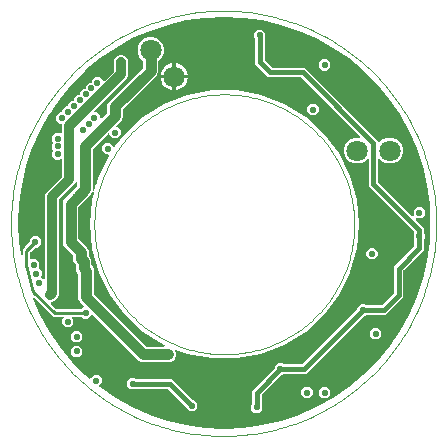
<source format=gbr>
G04 EAGLE Gerber RS-274X export*
G75*
%MOMM*%
%FSLAX35Y35*%
%LPD*%
%INcopper_layer2*%
%IPPOS*%
%AMOC8*
5,1,8,0,0,1.08239X$1,22.5*%
G01*
%ADD10C,0.010000*%
%ADD11C,0.050000*%
%ADD12C,1.800000*%
%ADD13C,0.553200*%
%ADD14C,0.900000*%
%ADD15C,0.900000*%
%ADD16C,0.254000*%
%ADD17C,0.812800*%
%ADD18C,0.406400*%

G36*
X160668Y-1725199D02*
X160668Y-1725199D01*
X160917Y-1725147D01*
X161369Y-1725134D01*
X320318Y-1702962D01*
X320560Y-1702887D01*
X321009Y-1702833D01*
X477234Y-1666089D01*
X477468Y-1665992D01*
X477911Y-1665897D01*
X630079Y-1614895D01*
X630303Y-1614776D01*
X630735Y-1614641D01*
X777548Y-1549816D01*
X777759Y-1549678D01*
X778178Y-1549503D01*
X918383Y-1471409D01*
X918583Y-1471251D01*
X918982Y-1471038D01*
X1051384Y-1380341D01*
X1051567Y-1380166D01*
X1051945Y-1379917D01*
X1175414Y-1277390D01*
X1175580Y-1277199D01*
X1175934Y-1276916D01*
X1289416Y-1163434D01*
X1289564Y-1163228D01*
X1289890Y-1162914D01*
X1392417Y-1039445D01*
X1392545Y-1039227D01*
X1392841Y-1038884D01*
X1394868Y-1035925D01*
X1394868Y-1035924D01*
X1394869Y-1035923D01*
X1400087Y-1028306D01*
X1400088Y-1028305D01*
X1400088Y-1028304D01*
X1405306Y-1020687D01*
X1405307Y-1020686D01*
X1405308Y-1020684D01*
X1410526Y-1013067D01*
X1410527Y-1013066D01*
X1410527Y-1013065D01*
X1415745Y-1005448D01*
X1415746Y-1005447D01*
X1415747Y-1005446D01*
X1420964Y-997828D01*
X1420965Y-997828D01*
X1420966Y-997826D01*
X1426184Y-990209D01*
X1426185Y-990208D01*
X1426185Y-990207D01*
X1431403Y-982590D01*
X1431404Y-982589D01*
X1431405Y-982588D01*
X1436623Y-974970D01*
X1436623Y-974969D01*
X1436624Y-974968D01*
X1441842Y-967351D01*
X1441843Y-967350D01*
X1441843Y-967349D01*
X1447061Y-959732D01*
X1447062Y-959731D01*
X1447063Y-959730D01*
X1452281Y-952112D01*
X1452282Y-952111D01*
X1452282Y-952110D01*
X1457500Y-944493D01*
X1457501Y-944492D01*
X1457501Y-944491D01*
X1462720Y-936873D01*
X1462721Y-936872D01*
X1467939Y-929254D01*
X1467940Y-929253D01*
X1467940Y-929252D01*
X1473158Y-921634D01*
X1473159Y-921634D01*
X1473159Y-921633D01*
X1478378Y-914015D01*
X1478378Y-914014D01*
X1478379Y-914013D01*
X1483538Y-906482D01*
X1483569Y-906416D01*
X1483589Y-906395D01*
X1483673Y-906213D01*
X1483909Y-905883D01*
X1562003Y-765678D01*
X1562089Y-765438D01*
X1562316Y-765048D01*
X1627141Y-618235D01*
X1627204Y-617990D01*
X1627395Y-617579D01*
X1678397Y-465411D01*
X1678438Y-465160D01*
X1678589Y-464734D01*
X1715333Y-308509D01*
X1715350Y-308257D01*
X1715462Y-307818D01*
X1737634Y-148869D01*
X1737628Y-148616D01*
X1737699Y-148168D01*
X1745111Y12148D01*
X1745082Y12400D01*
X1745094Y12581D01*
X1745097Y12607D01*
X1745096Y12611D01*
X1745111Y12852D01*
X1737699Y173168D01*
X1737647Y173417D01*
X1737634Y173869D01*
X1715462Y332818D01*
X1715387Y333060D01*
X1715333Y333509D01*
X1678589Y489734D01*
X1678492Y489968D01*
X1678397Y490411D01*
X1627395Y642579D01*
X1627276Y642803D01*
X1627141Y643235D01*
X1562316Y790048D01*
X1562178Y790259D01*
X1562003Y790678D01*
X1483909Y930883D01*
X1483751Y931083D01*
X1483538Y931482D01*
X1392841Y1063884D01*
X1392666Y1064067D01*
X1392417Y1064445D01*
X1289890Y1187914D01*
X1289699Y1188080D01*
X1289416Y1188434D01*
X1175934Y1301916D01*
X1175728Y1302064D01*
X1175414Y1302390D01*
X1051945Y1404917D01*
X1051727Y1405045D01*
X1051384Y1405341D01*
X918982Y1496038D01*
X918753Y1496146D01*
X918383Y1496409D01*
X778178Y1574503D01*
X777938Y1574589D01*
X777548Y1574816D01*
X630735Y1639641D01*
X630490Y1639704D01*
X630079Y1639895D01*
X477911Y1690897D01*
X477660Y1690938D01*
X477234Y1691089D01*
X321009Y1727833D01*
X320757Y1727850D01*
X320318Y1727962D01*
X161369Y1750134D01*
X161116Y1750128D01*
X160668Y1750199D01*
X352Y1757611D01*
X100Y1757582D01*
X-352Y1757611D01*
X-160668Y1750199D01*
X-160917Y1750147D01*
X-161369Y1750134D01*
X-320318Y1727962D01*
X-320560Y1727887D01*
X-321009Y1727833D01*
X-477234Y1691089D01*
X-477468Y1690992D01*
X-477911Y1690897D01*
X-630079Y1639895D01*
X-630303Y1639776D01*
X-630735Y1639641D01*
X-777548Y1574816D01*
X-777759Y1574678D01*
X-778178Y1574503D01*
X-918383Y1496409D01*
X-918583Y1496251D01*
X-918982Y1496038D01*
X-1051384Y1405341D01*
X-1051567Y1405166D01*
X-1051717Y1405068D01*
X-1051816Y1405015D01*
X-1051848Y1404981D01*
X-1051945Y1404917D01*
X-1175414Y1302390D01*
X-1175580Y1302199D01*
X-1175934Y1301916D01*
X-1289416Y1188434D01*
X-1289564Y1188228D01*
X-1289890Y1187914D01*
X-1392417Y1064445D01*
X-1392545Y1064227D01*
X-1392841Y1063884D01*
X-1395254Y1060361D01*
X-1395256Y1060359D01*
X-1395257Y1060358D01*
X-1400473Y1052742D01*
X-1400475Y1052740D01*
X-1400476Y1052738D01*
X-1405693Y1045122D01*
X-1405694Y1045121D01*
X-1405695Y1045119D01*
X-1410912Y1037503D01*
X-1410914Y1037501D01*
X-1410915Y1037499D01*
X-1416132Y1029883D01*
X-1416133Y1029882D01*
X-1416134Y1029880D01*
X-1421351Y1022264D01*
X-1421353Y1022263D01*
X-1421353Y1022261D01*
X-1426570Y1014645D01*
X-1426572Y1014643D01*
X-1426573Y1014641D01*
X-1431790Y1007025D01*
X-1431791Y1007024D01*
X-1431792Y1007022D01*
X-1437009Y999406D01*
X-1437011Y999404D01*
X-1437012Y999403D01*
X-1442229Y991787D01*
X-1442230Y991785D01*
X-1442231Y991783D01*
X-1447448Y984167D01*
X-1447449Y984166D01*
X-1447450Y984164D01*
X-1452668Y976548D01*
X-1452669Y976546D01*
X-1452670Y976545D01*
X-1457887Y968928D01*
X-1457888Y968927D01*
X-1457889Y968925D01*
X-1463106Y961309D01*
X-1463108Y961308D01*
X-1463108Y961306D01*
X-1468326Y953689D01*
X-1468327Y953688D01*
X-1468328Y953687D01*
X-1473545Y946070D01*
X-1473546Y946069D01*
X-1473547Y946067D01*
X-1478764Y938451D01*
X-1478766Y938449D01*
X-1478766Y938448D01*
X-1483538Y931482D01*
X-1483646Y931253D01*
X-1483909Y930883D01*
X-1562003Y790678D01*
X-1562089Y790438D01*
X-1562316Y790048D01*
X-1627141Y643235D01*
X-1627204Y642990D01*
X-1627395Y642579D01*
X-1678397Y490411D01*
X-1678438Y490160D01*
X-1678589Y489734D01*
X-1715333Y333509D01*
X-1715350Y333257D01*
X-1715462Y332818D01*
X-1737634Y173869D01*
X-1737628Y173616D01*
X-1737699Y173168D01*
X-1745111Y12852D01*
X-1745082Y12600D01*
X-1745111Y12148D01*
X-1737699Y-148168D01*
X-1737698Y-148175D01*
X-1737698Y-148179D01*
X-1737647Y-148417D01*
X-1737634Y-148869D01*
X-1722866Y-254740D01*
X-1722656Y-255417D01*
X-1722542Y-256115D01*
X-1722294Y-256583D01*
X-1722137Y-257090D01*
X-1721722Y-257665D01*
X-1721391Y-258291D01*
X-1721007Y-258655D01*
X-1720697Y-259085D01*
X-1720121Y-259498D01*
X-1719607Y-259986D01*
X-1719126Y-260209D01*
X-1718696Y-260518D01*
X-1718018Y-260725D01*
X-1717376Y-261023D01*
X-1716849Y-261082D01*
X-1716343Y-261237D01*
X-1715635Y-261218D01*
X-1714930Y-261296D01*
X-1714412Y-261184D01*
X-1713883Y-261169D01*
X-1713218Y-260925D01*
X-1712525Y-260775D01*
X-1712070Y-260504D01*
X-1711573Y-260321D01*
X-1711020Y-259878D01*
X-1710412Y-259515D01*
X-1710067Y-259113D01*
X-1709653Y-258781D01*
X-1709271Y-258185D01*
X-1708810Y-257647D01*
X-1708611Y-257155D01*
X-1708325Y-256709D01*
X-1708153Y-256022D01*
X-1707888Y-255365D01*
X-1707807Y-254641D01*
X-1707727Y-254323D01*
X-1707736Y-254004D01*
X-1707700Y-253687D01*
X-1707700Y-211455D01*
X-1686314Y-190069D01*
X-1686313Y-190068D01*
X-1649892Y-153647D01*
X-1649362Y-152908D01*
X-1648770Y-152219D01*
X-1648647Y-151914D01*
X-1648456Y-151648D01*
X-1648188Y-150779D01*
X-1647848Y-149937D01*
X-1647802Y-149525D01*
X-1647731Y-149297D01*
X-1647740Y-148970D01*
X-1647660Y-148259D01*
X-1647660Y-130258D01*
X-1619741Y-102339D01*
X-1580258Y-102339D01*
X-1552339Y-130258D01*
X-1552339Y-169741D01*
X-1580258Y-197660D01*
X-1598259Y-197660D01*
X-1599154Y-197807D01*
X-1600062Y-197877D01*
X-1600364Y-198005D01*
X-1600687Y-198058D01*
X-1601490Y-198482D01*
X-1602327Y-198838D01*
X-1602652Y-199097D01*
X-1602863Y-199208D01*
X-1603087Y-199445D01*
X-1603647Y-199892D01*
X-1640068Y-236313D01*
X-1640599Y-237052D01*
X-1641190Y-237741D01*
X-1641313Y-238044D01*
X-1641504Y-238311D01*
X-1641772Y-239181D01*
X-1642112Y-240022D01*
X-1642158Y-240435D01*
X-1642228Y-240663D01*
X-1642220Y-240990D01*
X-1642299Y-241701D01*
X-1642299Y-285720D01*
X-1642268Y-285914D01*
X-1642289Y-286109D01*
X-1642069Y-287125D01*
X-1641902Y-288148D01*
X-1641810Y-288322D01*
X-1641768Y-288514D01*
X-1641236Y-289407D01*
X-1640751Y-290324D01*
X-1640609Y-290459D01*
X-1640508Y-290628D01*
X-1639721Y-291303D01*
X-1638968Y-292019D01*
X-1638789Y-292102D01*
X-1638640Y-292230D01*
X-1637676Y-292619D01*
X-1636736Y-293057D01*
X-1636541Y-293078D01*
X-1636358Y-293152D01*
X-1634680Y-293339D01*
X-1593258Y-293339D01*
X-1565339Y-321258D01*
X-1565339Y-360741D01*
X-1568710Y-364112D01*
X-1568825Y-364273D01*
X-1568978Y-364395D01*
X-1569538Y-365265D01*
X-1570147Y-366111D01*
X-1570205Y-366299D01*
X-1570311Y-366464D01*
X-1570564Y-367467D01*
X-1570871Y-368462D01*
X-1570866Y-368659D01*
X-1570914Y-368849D01*
X-1570834Y-369887D01*
X-1570808Y-370922D01*
X-1570741Y-371106D01*
X-1570726Y-371303D01*
X-1570319Y-372261D01*
X-1569964Y-373234D01*
X-1569842Y-373388D01*
X-1569765Y-373568D01*
X-1568710Y-374888D01*
X-1545339Y-398258D01*
X-1545339Y-437742D01*
X-1547710Y-440112D01*
X-1547825Y-440272D01*
X-1547978Y-440394D01*
X-1548540Y-441267D01*
X-1549146Y-442110D01*
X-1549204Y-442298D01*
X-1549311Y-442463D01*
X-1549565Y-443468D01*
X-1549871Y-444462D01*
X-1549866Y-444659D01*
X-1549914Y-444849D01*
X-1549835Y-445883D01*
X-1549808Y-446922D01*
X-1549741Y-447106D01*
X-1549726Y-447303D01*
X-1549320Y-448258D01*
X-1548964Y-449233D01*
X-1548841Y-449388D01*
X-1548765Y-449568D01*
X-1547710Y-450887D01*
X-1533648Y-464950D01*
X-1533067Y-465368D01*
X-1532547Y-465862D01*
X-1532073Y-466082D01*
X-1531649Y-466387D01*
X-1530965Y-466598D01*
X-1530316Y-466899D01*
X-1529798Y-466957D01*
X-1529298Y-467111D01*
X-1528581Y-467093D01*
X-1527870Y-467172D01*
X-1527361Y-467062D01*
X-1526838Y-467048D01*
X-1526164Y-466803D01*
X-1525465Y-466651D01*
X-1525017Y-466384D01*
X-1524526Y-466205D01*
X-1523966Y-465758D01*
X-1523352Y-465391D01*
X-1523012Y-464994D01*
X-1522604Y-464668D01*
X-1522217Y-464068D01*
X-1521750Y-463523D01*
X-1521554Y-463037D01*
X-1521272Y-462599D01*
X-1521096Y-461906D01*
X-1520828Y-461241D01*
X-1520748Y-460530D01*
X-1520668Y-460213D01*
X-1520686Y-459976D01*
X-1520640Y-459563D01*
X-1520640Y247062D01*
X-1511408Y269350D01*
X-1377872Y402886D01*
X-1377342Y403624D01*
X-1376750Y404314D01*
X-1376627Y404618D01*
X-1376436Y404885D01*
X-1376168Y405753D01*
X-1375828Y406596D01*
X-1375782Y407008D01*
X-1375711Y407236D01*
X-1375720Y407563D01*
X-1375640Y408274D01*
X-1375640Y543563D01*
X-1375756Y544270D01*
X-1375774Y544985D01*
X-1375953Y545476D01*
X-1376038Y545991D01*
X-1376373Y546624D01*
X-1376618Y547297D01*
X-1376944Y547705D01*
X-1377188Y548167D01*
X-1377708Y548660D01*
X-1378155Y549219D01*
X-1378593Y549501D01*
X-1378972Y549862D01*
X-1379622Y550164D01*
X-1380224Y550551D01*
X-1380730Y550679D01*
X-1381203Y550899D01*
X-1381914Y550979D01*
X-1382609Y551154D01*
X-1383130Y551114D01*
X-1383649Y551172D01*
X-1384349Y551021D01*
X-1385063Y550966D01*
X-1385543Y550762D01*
X-1386054Y550651D01*
X-1386669Y550285D01*
X-1387328Y550005D01*
X-1387888Y549558D01*
X-1388168Y549391D01*
X-1388323Y549210D01*
X-1388648Y548950D01*
X-1390258Y547339D01*
X-1429741Y547339D01*
X-1457660Y575258D01*
X-1457660Y614741D01*
X-1450289Y622112D01*
X-1450175Y622272D01*
X-1450021Y622395D01*
X-1449458Y623269D01*
X-1448853Y624111D01*
X-1448795Y624298D01*
X-1448689Y624464D01*
X-1448434Y625471D01*
X-1448129Y626462D01*
X-1448134Y626659D01*
X-1448086Y626849D01*
X-1448165Y627884D01*
X-1448192Y628922D01*
X-1448259Y629107D01*
X-1448274Y629303D01*
X-1448679Y630258D01*
X-1449035Y631234D01*
X-1449158Y631388D01*
X-1449235Y631568D01*
X-1450290Y632888D01*
X-1457660Y640258D01*
X-1457660Y679742D01*
X-1450290Y687112D01*
X-1450175Y687272D01*
X-1450021Y687394D01*
X-1449460Y688267D01*
X-1448853Y689110D01*
X-1448795Y689298D01*
X-1448689Y689463D01*
X-1448435Y690469D01*
X-1448129Y691462D01*
X-1448134Y691659D01*
X-1448086Y691849D01*
X-1448165Y692883D01*
X-1448192Y693922D01*
X-1448259Y694107D01*
X-1448274Y694303D01*
X-1448679Y695257D01*
X-1449035Y696233D01*
X-1449158Y696387D01*
X-1449235Y696568D01*
X-1450289Y697888D01*
X-1457660Y705258D01*
X-1457660Y744741D01*
X-1429741Y772660D01*
X-1390258Y772660D01*
X-1388648Y771049D01*
X-1388067Y770632D01*
X-1387547Y770138D01*
X-1387073Y769918D01*
X-1386649Y769613D01*
X-1385965Y769402D01*
X-1385316Y769100D01*
X-1384798Y769043D01*
X-1384298Y768888D01*
X-1383581Y768907D01*
X-1382870Y768828D01*
X-1382361Y768938D01*
X-1381838Y768951D01*
X-1381165Y769197D01*
X-1380465Y769348D01*
X-1380017Y769616D01*
X-1379526Y769795D01*
X-1378967Y770242D01*
X-1378352Y770609D01*
X-1378012Y771005D01*
X-1377604Y771331D01*
X-1377216Y771933D01*
X-1376750Y772477D01*
X-1376554Y772962D01*
X-1376272Y773400D01*
X-1376096Y774094D01*
X-1375828Y774758D01*
X-1375748Y775469D01*
X-1375668Y775786D01*
X-1375686Y776024D01*
X-1375640Y776437D01*
X-1375640Y842255D01*
X-1375450Y842664D01*
X-1375363Y843439D01*
X-1375185Y844200D01*
X-1375228Y844655D01*
X-1375177Y845109D01*
X-1375343Y845873D01*
X-1375416Y846650D01*
X-1375601Y847068D01*
X-1375698Y847514D01*
X-1376098Y848184D01*
X-1376415Y848898D01*
X-1376725Y849236D01*
X-1376958Y849628D01*
X-1377551Y850136D01*
X-1378079Y850711D01*
X-1378479Y850932D01*
X-1378827Y851230D01*
X-1379552Y851523D01*
X-1380234Y851899D01*
X-1380683Y851981D01*
X-1381108Y852152D01*
X-1382464Y852303D01*
X-1382656Y852338D01*
X-1382708Y852331D01*
X-1382787Y852339D01*
X-1394741Y852339D01*
X-1422660Y880258D01*
X-1422660Y919741D01*
X-1394741Y947660D01*
X-1380280Y947660D01*
X-1380086Y947692D01*
X-1379890Y947670D01*
X-1378875Y947890D01*
X-1377851Y948058D01*
X-1377678Y948150D01*
X-1377485Y948191D01*
X-1376593Y948723D01*
X-1375676Y949208D01*
X-1375540Y949351D01*
X-1375372Y949452D01*
X-1374697Y950239D01*
X-1373981Y950992D01*
X-1373898Y951170D01*
X-1373770Y951320D01*
X-1373380Y952284D01*
X-1372943Y953223D01*
X-1372921Y953418D01*
X-1372848Y953601D01*
X-1372660Y955280D01*
X-1372660Y969741D01*
X-1344741Y997660D01*
X-1330280Y997660D01*
X-1330086Y997692D01*
X-1329890Y997670D01*
X-1328875Y997890D01*
X-1327851Y998058D01*
X-1327678Y998150D01*
X-1327485Y998191D01*
X-1326593Y998723D01*
X-1325676Y999208D01*
X-1325540Y999351D01*
X-1325372Y999452D01*
X-1324697Y1000239D01*
X-1323981Y1000992D01*
X-1323898Y1001170D01*
X-1323770Y1001320D01*
X-1323380Y1002284D01*
X-1322943Y1003223D01*
X-1322921Y1003418D01*
X-1322848Y1003601D01*
X-1322660Y1005280D01*
X-1322660Y1019741D01*
X-1294741Y1047660D01*
X-1280280Y1047660D01*
X-1280086Y1047692D01*
X-1279890Y1047670D01*
X-1278875Y1047890D01*
X-1277851Y1048058D01*
X-1277678Y1048150D01*
X-1277485Y1048191D01*
X-1276593Y1048723D01*
X-1275676Y1049208D01*
X-1275540Y1049351D01*
X-1275372Y1049452D01*
X-1274697Y1050239D01*
X-1273981Y1050992D01*
X-1273898Y1051170D01*
X-1273770Y1051320D01*
X-1273380Y1052284D01*
X-1272943Y1053223D01*
X-1272921Y1053418D01*
X-1272848Y1053601D01*
X-1272660Y1055280D01*
X-1272660Y1069741D01*
X-1244741Y1097660D01*
X-1230280Y1097660D01*
X-1230086Y1097692D01*
X-1229890Y1097670D01*
X-1228875Y1097890D01*
X-1227851Y1098058D01*
X-1227678Y1098150D01*
X-1227485Y1098191D01*
X-1226593Y1098723D01*
X-1225676Y1099208D01*
X-1225540Y1099351D01*
X-1225372Y1099452D01*
X-1224697Y1100239D01*
X-1223981Y1100992D01*
X-1223898Y1101170D01*
X-1223770Y1101320D01*
X-1223380Y1102284D01*
X-1222943Y1103223D01*
X-1222921Y1103418D01*
X-1222848Y1103601D01*
X-1222660Y1105280D01*
X-1222660Y1119741D01*
X-1194741Y1147660D01*
X-1180280Y1147660D01*
X-1180086Y1147692D01*
X-1179890Y1147670D01*
X-1178875Y1147890D01*
X-1177851Y1148058D01*
X-1177678Y1148150D01*
X-1177485Y1148191D01*
X-1176593Y1148723D01*
X-1175676Y1149208D01*
X-1175540Y1149351D01*
X-1175372Y1149452D01*
X-1174697Y1150239D01*
X-1173981Y1150992D01*
X-1173898Y1151170D01*
X-1173770Y1151320D01*
X-1173380Y1152283D01*
X-1172943Y1153223D01*
X-1172921Y1153418D01*
X-1172848Y1153601D01*
X-1172660Y1155280D01*
X-1172660Y1169741D01*
X-1144741Y1197660D01*
X-1130280Y1197660D01*
X-1130086Y1197692D01*
X-1129890Y1197670D01*
X-1128875Y1197890D01*
X-1127851Y1198058D01*
X-1127678Y1198150D01*
X-1127485Y1198191D01*
X-1126593Y1198723D01*
X-1125676Y1199208D01*
X-1125540Y1199351D01*
X-1125372Y1199452D01*
X-1124697Y1200239D01*
X-1123981Y1200992D01*
X-1123898Y1201170D01*
X-1123770Y1201320D01*
X-1123380Y1202284D01*
X-1122943Y1203223D01*
X-1122921Y1203418D01*
X-1122848Y1203601D01*
X-1122660Y1205280D01*
X-1122660Y1219741D01*
X-1094741Y1247660D01*
X-1055258Y1247660D01*
X-1026896Y1219298D01*
X-1026608Y1218753D01*
X-1026362Y1218080D01*
X-1026035Y1217671D01*
X-1025791Y1217210D01*
X-1025272Y1216716D01*
X-1024825Y1216158D01*
X-1024387Y1215875D01*
X-1024008Y1215515D01*
X-1023357Y1215212D01*
X-1022756Y1214825D01*
X-1022250Y1214697D01*
X-1021776Y1214477D01*
X-1021065Y1214398D01*
X-1020371Y1214222D01*
X-1019849Y1214262D01*
X-1019331Y1214204D01*
X-1018632Y1214355D01*
X-1017917Y1214410D01*
X-1017436Y1214614D01*
X-1016926Y1214725D01*
X-1016311Y1215092D01*
X-1015652Y1215371D01*
X-1015092Y1215818D01*
X-1014812Y1215985D01*
X-1014658Y1216166D01*
X-1014332Y1216426D01*
X-937872Y1292886D01*
X-937342Y1293624D01*
X-936750Y1294314D01*
X-936627Y1294618D01*
X-936436Y1294885D01*
X-936168Y1295753D01*
X-935828Y1296596D01*
X-935782Y1297008D01*
X-935711Y1297236D01*
X-935720Y1297563D01*
X-935640Y1298274D01*
X-935640Y1387062D01*
X-926408Y1409350D01*
X-909350Y1426408D01*
X-887062Y1435640D01*
X-862938Y1435640D01*
X-840650Y1426408D01*
X-823591Y1409350D01*
X-814359Y1387062D01*
X-814359Y1257938D01*
X-823591Y1235650D01*
X-1098574Y960668D01*
X-1098992Y960086D01*
X-1099485Y959567D01*
X-1099705Y959093D01*
X-1100010Y958669D01*
X-1100221Y957984D01*
X-1100523Y957336D01*
X-1100581Y956818D01*
X-1100735Y956318D01*
X-1100716Y955601D01*
X-1100796Y954890D01*
X-1100685Y954379D01*
X-1100672Y953858D01*
X-1100426Y953185D01*
X-1100275Y952485D01*
X-1100007Y952037D01*
X-1099828Y951546D01*
X-1099381Y950986D01*
X-1099014Y950372D01*
X-1098618Y950032D01*
X-1098292Y949624D01*
X-1097691Y949237D01*
X-1097146Y948770D01*
X-1096661Y948574D01*
X-1096223Y948292D01*
X-1095529Y948116D01*
X-1094865Y947848D01*
X-1094153Y947768D01*
X-1093837Y947688D01*
X-1093599Y947706D01*
X-1093186Y947660D01*
X-1080258Y947660D01*
X-1052339Y919741D01*
X-1052339Y902979D01*
X-1052224Y902273D01*
X-1052205Y901557D01*
X-1052026Y901067D01*
X-1051942Y900551D01*
X-1051608Y899919D01*
X-1051362Y899246D01*
X-1051035Y898837D01*
X-1050791Y898376D01*
X-1050272Y897882D01*
X-1049825Y897323D01*
X-1049387Y897041D01*
X-1049008Y896681D01*
X-1048357Y896378D01*
X-1047756Y895991D01*
X-1047250Y895863D01*
X-1046776Y895643D01*
X-1046065Y895563D01*
X-1045371Y895388D01*
X-1044849Y895428D01*
X-1044331Y895370D01*
X-1043632Y895521D01*
X-1042917Y895576D01*
X-1042436Y895780D01*
X-1041926Y895891D01*
X-1041311Y896258D01*
X-1040652Y896537D01*
X-1040092Y896984D01*
X-1039812Y897151D01*
X-1039658Y897332D01*
X-1039332Y897592D01*
X-992232Y944692D01*
X-991702Y945430D01*
X-991110Y946120D01*
X-990987Y946424D01*
X-990796Y946691D01*
X-990528Y947559D01*
X-990188Y948402D01*
X-990142Y948814D01*
X-990071Y949042D01*
X-990080Y949369D01*
X-990000Y950080D01*
X-990000Y1012929D01*
X-980105Y1036819D01*
X-692232Y1324692D01*
X-691702Y1325430D01*
X-691110Y1326120D01*
X-690987Y1326424D01*
X-690796Y1326691D01*
X-690528Y1327559D01*
X-690188Y1328402D01*
X-690142Y1328814D01*
X-690071Y1329042D01*
X-690080Y1329369D01*
X-690000Y1330080D01*
X-690000Y1381280D01*
X-690147Y1382175D01*
X-690217Y1383083D01*
X-690345Y1383386D01*
X-690398Y1383709D01*
X-690822Y1384511D01*
X-691178Y1385349D01*
X-691437Y1385674D01*
X-691548Y1385884D01*
X-691785Y1386109D01*
X-692232Y1386668D01*
X-718254Y1412690D01*
X-735000Y1453119D01*
X-735000Y1496880D01*
X-718254Y1537310D01*
X-687310Y1568254D01*
X-646880Y1585000D01*
X-603119Y1585000D01*
X-562690Y1568254D01*
X-531746Y1537310D01*
X-514999Y1496880D01*
X-514999Y1453119D01*
X-531746Y1412690D01*
X-557768Y1386668D01*
X-558299Y1385929D01*
X-558890Y1385240D01*
X-559013Y1384937D01*
X-559204Y1384670D01*
X-559472Y1383800D01*
X-559812Y1382959D01*
X-559858Y1382546D01*
X-559928Y1382318D01*
X-559920Y1381991D01*
X-559999Y1381280D01*
X-559999Y1287070D01*
X-569895Y1263180D01*
X-857768Y975308D01*
X-858298Y974569D01*
X-858890Y973880D01*
X-859013Y973575D01*
X-859204Y973309D01*
X-859472Y972440D01*
X-859812Y971598D01*
X-859858Y971186D01*
X-859928Y970958D01*
X-859920Y970631D01*
X-859999Y969920D01*
X-859999Y907070D01*
X-869895Y883180D01*
X-917408Y835668D01*
X-917826Y835086D01*
X-918319Y834567D01*
X-918539Y834094D01*
X-918844Y833669D01*
X-919056Y832984D01*
X-919357Y832336D01*
X-919415Y831818D01*
X-919569Y831318D01*
X-919550Y830601D01*
X-919630Y829890D01*
X-919519Y829381D01*
X-919506Y828858D01*
X-919260Y828184D01*
X-919109Y827485D01*
X-918842Y827037D01*
X-918662Y826546D01*
X-918215Y825986D01*
X-917848Y825372D01*
X-917452Y825032D01*
X-917126Y824624D01*
X-916525Y824237D01*
X-915980Y823770D01*
X-915495Y823574D01*
X-915057Y823292D01*
X-914363Y823116D01*
X-913699Y822848D01*
X-912988Y822768D01*
X-912671Y822688D01*
X-912433Y822706D01*
X-912020Y822660D01*
X-905258Y822660D01*
X-877339Y794741D01*
X-877339Y755258D01*
X-905258Y727339D01*
X-944741Y727339D01*
X-972660Y755258D01*
X-972660Y762020D01*
X-972776Y762727D01*
X-972794Y763443D01*
X-972973Y763933D01*
X-973058Y764449D01*
X-973392Y765081D01*
X-973638Y765754D01*
X-973964Y766163D01*
X-974208Y766624D01*
X-974728Y767118D01*
X-975174Y767676D01*
X-975613Y767958D01*
X-975992Y768319D01*
X-976643Y768622D01*
X-977243Y769008D01*
X-977750Y769137D01*
X-978223Y769357D01*
X-978935Y769436D01*
X-979629Y769612D01*
X-980150Y769572D01*
X-980669Y769630D01*
X-981368Y769478D01*
X-982083Y769423D01*
X-982564Y769219D01*
X-983074Y769109D01*
X-983689Y768742D01*
X-984348Y768463D01*
X-984908Y768015D01*
X-985188Y767848D01*
X-985342Y767668D01*
X-985668Y767408D01*
X-1112768Y640308D01*
X-1113298Y639569D01*
X-1113890Y638880D01*
X-1114013Y638575D01*
X-1114204Y638309D01*
X-1114472Y637440D01*
X-1114812Y636598D01*
X-1114858Y636186D01*
X-1114928Y635958D01*
X-1114920Y635631D01*
X-1114999Y634920D01*
X-1114999Y285808D01*
X-1114970Y285628D01*
X-1114991Y285448D01*
X-1114772Y284416D01*
X-1114602Y283379D01*
X-1114517Y283219D01*
X-1114479Y283041D01*
X-1113942Y282132D01*
X-1113451Y281204D01*
X-1113320Y281079D01*
X-1113228Y280923D01*
X-1112431Y280234D01*
X-1111668Y279509D01*
X-1111503Y279432D01*
X-1111366Y279314D01*
X-1110391Y278915D01*
X-1109436Y278471D01*
X-1109257Y278451D01*
X-1109088Y278382D01*
X-1108035Y278315D01*
X-1106991Y278198D01*
X-1106813Y278237D01*
X-1106632Y278225D01*
X-1105615Y278496D01*
X-1104586Y278719D01*
X-1104430Y278812D01*
X-1104254Y278859D01*
X-1103376Y279440D01*
X-1102472Y279979D01*
X-1102354Y280117D01*
X-1102203Y280218D01*
X-1101557Y281047D01*
X-1100870Y281848D01*
X-1100802Y282016D01*
X-1100691Y282159D01*
X-1100052Y283723D01*
X-1099843Y284458D01*
X-1099842Y284459D01*
X-1099842Y284460D01*
X-1091171Y314935D01*
X-1091170Y314936D01*
X-1091170Y314938D01*
X-1082499Y345413D01*
X-1082499Y345414D01*
X-1082499Y345415D01*
X-1080331Y353032D01*
X-1080331Y353033D01*
X-1080331Y353034D01*
X-1073828Y375890D01*
X-1073827Y375891D01*
X-1073827Y375893D01*
X-1071660Y383510D01*
X-1071659Y383511D01*
X-1071659Y383512D01*
X-1063548Y412020D01*
X-979244Y581324D01*
X-979032Y582012D01*
X-978728Y582664D01*
X-978671Y583179D01*
X-978518Y583675D01*
X-978535Y584394D01*
X-978456Y585109D01*
X-978565Y585616D01*
X-978578Y586135D01*
X-978824Y586811D01*
X-978977Y587514D01*
X-979243Y587960D01*
X-979420Y588447D01*
X-979868Y589009D01*
X-980237Y589628D01*
X-980631Y589966D01*
X-980954Y590371D01*
X-981558Y590761D01*
X-982105Y591230D01*
X-982587Y591424D01*
X-983022Y591705D01*
X-983719Y591883D01*
X-984387Y592152D01*
X-985091Y592231D01*
X-985407Y592311D01*
X-985647Y592293D01*
X-986065Y592339D01*
X-1004741Y592339D01*
X-1032660Y620258D01*
X-1032660Y659741D01*
X-1004741Y687660D01*
X-965258Y687660D01*
X-936467Y658869D01*
X-935879Y658446D01*
X-935354Y657949D01*
X-934888Y657733D01*
X-934469Y657433D01*
X-933777Y657219D01*
X-933121Y656916D01*
X-932610Y656860D01*
X-932117Y656708D01*
X-931394Y656727D01*
X-930675Y656648D01*
X-930172Y656758D01*
X-929657Y656771D01*
X-928977Y657019D01*
X-928271Y657174D01*
X-927830Y657438D01*
X-927346Y657615D01*
X-926780Y658067D01*
X-926160Y658438D01*
X-925677Y658948D01*
X-925423Y659151D01*
X-925292Y659356D01*
X-924999Y659665D01*
X-842890Y768395D01*
X-687345Y910193D01*
X-508397Y1020993D01*
X-312131Y1097027D01*
X-105238Y1135702D01*
X105238Y1135702D01*
X312131Y1097027D01*
X508397Y1020993D01*
X687344Y910194D01*
X842891Y768394D01*
X969730Y600431D01*
X1063548Y412020D01*
X1121147Y209579D01*
X1140568Y0D01*
X1121147Y-209579D01*
X1115467Y-229545D01*
X1115466Y-229546D01*
X1115466Y-229548D01*
X1113298Y-237165D01*
X1113298Y-237166D01*
X1113298Y-237167D01*
X1106795Y-260023D01*
X1106794Y-260024D01*
X1106794Y-260025D01*
X1098123Y-290500D01*
X1098123Y-290501D01*
X1098123Y-290503D01*
X1091620Y-313358D01*
X1091619Y-313359D01*
X1091619Y-313361D01*
X1089452Y-320978D01*
X1089451Y-320979D01*
X1089451Y-320980D01*
X1082948Y-343836D01*
X1082948Y-343837D01*
X1082948Y-343838D01*
X1074277Y-374313D01*
X1074276Y-374314D01*
X1074276Y-374316D01*
X1065605Y-404791D01*
X1065604Y-404792D01*
X1065604Y-404793D01*
X1063548Y-412020D01*
X969729Y-600433D01*
X842890Y-768395D01*
X687345Y-910193D01*
X508397Y-1020993D01*
X312131Y-1097027D01*
X105238Y-1135702D01*
X-105238Y-1135702D01*
X-312131Y-1097027D01*
X-407186Y-1060203D01*
X-407802Y-1060073D01*
X-408388Y-1059848D01*
X-408997Y-1059822D01*
X-409594Y-1059696D01*
X-410218Y-1059769D01*
X-410847Y-1059743D01*
X-411432Y-1059912D01*
X-412038Y-1059983D01*
X-412606Y-1060252D01*
X-413210Y-1060426D01*
X-413712Y-1060774D01*
X-414263Y-1061034D01*
X-414717Y-1061470D01*
X-415233Y-1061828D01*
X-415597Y-1062317D01*
X-416037Y-1062740D01*
X-416328Y-1063298D01*
X-416703Y-1063801D01*
X-416893Y-1064381D01*
X-417175Y-1064922D01*
X-417273Y-1065543D01*
X-417468Y-1066140D01*
X-417463Y-1066749D01*
X-417558Y-1067353D01*
X-417453Y-1067973D01*
X-417447Y-1068601D01*
X-417202Y-1069448D01*
X-417146Y-1069779D01*
X-417060Y-1069938D01*
X-416978Y-1070223D01*
X-409999Y-1087070D01*
X-409999Y-1112929D01*
X-419895Y-1136819D01*
X-438180Y-1155105D01*
X-462070Y-1165000D01*
X-701929Y-1165000D01*
X-725819Y-1155105D01*
X-1114332Y-766592D01*
X-1114913Y-766174D01*
X-1115433Y-765681D01*
X-1115906Y-765460D01*
X-1116331Y-765155D01*
X-1117015Y-764944D01*
X-1117664Y-764643D01*
X-1118182Y-764585D01*
X-1118682Y-764431D01*
X-1119398Y-764449D01*
X-1120109Y-764370D01*
X-1120620Y-764481D01*
X-1121142Y-764494D01*
X-1121814Y-764739D01*
X-1122514Y-764891D01*
X-1122963Y-765158D01*
X-1123454Y-765338D01*
X-1124013Y-765785D01*
X-1124628Y-766151D01*
X-1124968Y-766548D01*
X-1125376Y-766874D01*
X-1125763Y-767475D01*
X-1126230Y-768019D01*
X-1126426Y-768505D01*
X-1126708Y-768943D01*
X-1126765Y-769167D01*
X-1155258Y-797660D01*
X-1194741Y-797660D01*
X-1207470Y-784932D01*
X-1208208Y-784402D01*
X-1208898Y-783810D01*
X-1209202Y-783687D01*
X-1209468Y-783496D01*
X-1210337Y-783228D01*
X-1211179Y-782888D01*
X-1211592Y-782842D01*
X-1211820Y-782771D01*
X-1212146Y-782780D01*
X-1212858Y-782700D01*
X-1281503Y-782700D01*
X-1282210Y-782816D01*
X-1282925Y-782834D01*
X-1283416Y-783013D01*
X-1283931Y-783098D01*
X-1284563Y-783432D01*
X-1285237Y-783678D01*
X-1285646Y-784005D01*
X-1286107Y-784248D01*
X-1286599Y-784767D01*
X-1287159Y-785214D01*
X-1287442Y-785654D01*
X-1287802Y-786032D01*
X-1288103Y-786681D01*
X-1288491Y-787283D01*
X-1288619Y-787791D01*
X-1288839Y-788263D01*
X-1288919Y-788974D01*
X-1289094Y-789669D01*
X-1289054Y-790190D01*
X-1289112Y-790709D01*
X-1288961Y-791408D01*
X-1288906Y-792123D01*
X-1288702Y-792604D01*
X-1288591Y-793114D01*
X-1288225Y-793729D01*
X-1287945Y-794388D01*
X-1287498Y-794947D01*
X-1287331Y-795228D01*
X-1287150Y-795383D01*
X-1286890Y-795708D01*
X-1277339Y-805258D01*
X-1277339Y-844741D01*
X-1305258Y-872660D01*
X-1344741Y-872660D01*
X-1372660Y-844741D01*
X-1372660Y-805258D01*
X-1363109Y-795708D01*
X-1362692Y-795127D01*
X-1362198Y-794607D01*
X-1361978Y-794133D01*
X-1361673Y-793709D01*
X-1361462Y-793025D01*
X-1361160Y-792376D01*
X-1361103Y-791858D01*
X-1360948Y-791358D01*
X-1360967Y-790641D01*
X-1360888Y-789930D01*
X-1360998Y-789421D01*
X-1361011Y-788898D01*
X-1361257Y-788224D01*
X-1361408Y-787525D01*
X-1361676Y-787077D01*
X-1361855Y-786586D01*
X-1362302Y-786026D01*
X-1362669Y-785412D01*
X-1363065Y-785072D01*
X-1363392Y-784664D01*
X-1363993Y-784277D01*
X-1364537Y-783810D01*
X-1365022Y-783614D01*
X-1365460Y-783332D01*
X-1366154Y-783156D01*
X-1366818Y-782888D01*
X-1367530Y-782808D01*
X-1367846Y-782728D01*
X-1368084Y-782746D01*
X-1368497Y-782700D01*
X-1448545Y-782700D01*
X-1469932Y-761313D01*
X-1609491Y-621753D01*
X-1610355Y-621133D01*
X-1611185Y-620478D01*
X-1611348Y-620419D01*
X-1611490Y-620317D01*
X-1612505Y-620004D01*
X-1613501Y-619648D01*
X-1613675Y-619644D01*
X-1613841Y-619593D01*
X-1614900Y-619620D01*
X-1615962Y-619599D01*
X-1616128Y-619652D01*
X-1616301Y-619656D01*
X-1617296Y-620019D01*
X-1618309Y-620338D01*
X-1618449Y-620440D01*
X-1618613Y-620499D01*
X-1619443Y-621163D01*
X-1620298Y-621786D01*
X-1620399Y-621927D01*
X-1620535Y-622036D01*
X-1621109Y-622928D01*
X-1621723Y-623792D01*
X-1621773Y-623959D01*
X-1621867Y-624105D01*
X-1622127Y-625133D01*
X-1622433Y-626148D01*
X-1622428Y-626322D01*
X-1622471Y-626491D01*
X-1622389Y-627550D01*
X-1622356Y-628608D01*
X-1622293Y-628809D01*
X-1622282Y-628944D01*
X-1622158Y-629236D01*
X-1621849Y-630219D01*
X-1562317Y-765048D01*
X-1562178Y-765261D01*
X-1562003Y-765678D01*
X-1483909Y-905883D01*
X-1483751Y-906083D01*
X-1483538Y-906482D01*
X-1392841Y-1038884D01*
X-1392666Y-1039067D01*
X-1392417Y-1039445D01*
X-1289890Y-1162914D01*
X-1289699Y-1163080D01*
X-1289416Y-1163434D01*
X-1175934Y-1276916D01*
X-1175728Y-1277064D01*
X-1175414Y-1277390D01*
X-1142721Y-1304538D01*
X-1142282Y-1304796D01*
X-1142248Y-1304825D01*
X-1142197Y-1304845D01*
X-1141793Y-1305083D01*
X-1140889Y-1305664D01*
X-1140736Y-1305703D01*
X-1140598Y-1305783D01*
X-1139547Y-1306004D01*
X-1138504Y-1306268D01*
X-1138345Y-1306255D01*
X-1138190Y-1306288D01*
X-1137126Y-1306162D01*
X-1136050Y-1306079D01*
X-1135903Y-1306017D01*
X-1135746Y-1305998D01*
X-1134775Y-1305538D01*
X-1133785Y-1305118D01*
X-1133634Y-1304998D01*
X-1133523Y-1304945D01*
X-1133301Y-1304732D01*
X-1132465Y-1304064D01*
X-1104741Y-1276339D01*
X-1065258Y-1276339D01*
X-1037339Y-1304258D01*
X-1037339Y-1343741D01*
X-1057819Y-1364221D01*
X-1058139Y-1364666D01*
X-1058534Y-1365047D01*
X-1058853Y-1365658D01*
X-1059256Y-1366219D01*
X-1059417Y-1366744D01*
X-1059670Y-1367230D01*
X-1059777Y-1367911D01*
X-1059980Y-1368571D01*
X-1059966Y-1369120D01*
X-1060051Y-1369661D01*
X-1059935Y-1370340D01*
X-1059917Y-1371031D01*
X-1059729Y-1371547D01*
X-1059637Y-1372087D01*
X-1059310Y-1372694D01*
X-1059073Y-1373343D01*
X-1058731Y-1373771D01*
X-1058471Y-1374254D01*
X-1057728Y-1375025D01*
X-1057537Y-1375265D01*
X-1057434Y-1375331D01*
X-1057300Y-1375470D01*
X-1051946Y-1379917D01*
X-1051726Y-1380046D01*
X-1051384Y-1380341D01*
X-918982Y-1471038D01*
X-918753Y-1471146D01*
X-918383Y-1471409D01*
X-778178Y-1549503D01*
X-777938Y-1549589D01*
X-777548Y-1549816D01*
X-630735Y-1614641D01*
X-630490Y-1614704D01*
X-630079Y-1614895D01*
X-477911Y-1665897D01*
X-477660Y-1665938D01*
X-477234Y-1666089D01*
X-321009Y-1702833D01*
X-320757Y-1702850D01*
X-320318Y-1702962D01*
X-161369Y-1725134D01*
X-161116Y-1725128D01*
X-160668Y-1725199D01*
X-352Y-1732611D01*
X-100Y-1732582D01*
X352Y-1732611D01*
X160668Y-1725199D01*
G37*
%LPC*%
G36*
X255258Y-1597660D02*
X255258Y-1597660D01*
X227339Y-1569741D01*
X227339Y-1530258D01*
X232448Y-1525150D01*
X232977Y-1524414D01*
X233570Y-1523723D01*
X233693Y-1523418D01*
X233884Y-1523152D01*
X234151Y-1522284D01*
X234492Y-1521441D01*
X234538Y-1521028D01*
X234608Y-1520800D01*
X234600Y-1520473D01*
X234679Y-1519763D01*
X234679Y-1408299D01*
X425108Y-1217870D01*
X425638Y-1217132D01*
X426230Y-1216443D01*
X426353Y-1216138D01*
X426544Y-1215872D01*
X426812Y-1215003D01*
X427152Y-1214161D01*
X427198Y-1213748D01*
X427268Y-1213520D01*
X427260Y-1213194D01*
X427339Y-1212483D01*
X427339Y-1205258D01*
X455258Y-1177339D01*
X494742Y-1177339D01*
X499849Y-1182448D01*
X500586Y-1182977D01*
X501277Y-1183570D01*
X501582Y-1183693D01*
X501848Y-1183884D01*
X502715Y-1184151D01*
X503559Y-1184492D01*
X503972Y-1184538D01*
X504199Y-1184608D01*
X504526Y-1184600D01*
X505237Y-1184679D01*
X655143Y-1184679D01*
X656038Y-1184533D01*
X656945Y-1184463D01*
X657248Y-1184335D01*
X657571Y-1184282D01*
X658373Y-1183858D01*
X659211Y-1183502D01*
X659536Y-1183243D01*
X659746Y-1183131D01*
X659971Y-1182895D01*
X660530Y-1182448D01*
X1125108Y-717870D01*
X1125638Y-717132D01*
X1126230Y-716443D01*
X1126353Y-716138D01*
X1126544Y-715872D01*
X1126812Y-715003D01*
X1127152Y-714161D01*
X1127198Y-713748D01*
X1127268Y-713520D01*
X1127260Y-713194D01*
X1127339Y-712483D01*
X1127339Y-705258D01*
X1155258Y-677339D01*
X1194742Y-677339D01*
X1199849Y-682448D01*
X1200586Y-682977D01*
X1201277Y-683570D01*
X1201582Y-683693D01*
X1201848Y-683884D01*
X1202715Y-684151D01*
X1203559Y-684492D01*
X1203972Y-684538D01*
X1204199Y-684608D01*
X1204526Y-684600D01*
X1205237Y-684679D01*
X1330143Y-684679D01*
X1331038Y-684533D01*
X1331945Y-684463D01*
X1332248Y-684335D01*
X1332571Y-684282D01*
X1333373Y-683858D01*
X1334211Y-683502D01*
X1334536Y-683243D01*
X1334746Y-683131D01*
X1334971Y-682895D01*
X1335530Y-682448D01*
X1432448Y-585530D01*
X1432978Y-584792D01*
X1433570Y-584103D01*
X1433693Y-583798D01*
X1433884Y-583532D01*
X1434152Y-582663D01*
X1434492Y-581821D01*
X1434538Y-581408D01*
X1434608Y-581180D01*
X1434600Y-580854D01*
X1434679Y-580143D01*
X1434679Y-358299D01*
X1607448Y-185530D01*
X1607978Y-184792D01*
X1608570Y-184103D01*
X1608693Y-183798D01*
X1608884Y-183532D01*
X1609152Y-182663D01*
X1609492Y-181821D01*
X1609538Y-181408D01*
X1609608Y-181180D01*
X1609600Y-180854D01*
X1609679Y-180143D01*
X1609679Y-130237D01*
X1609533Y-129340D01*
X1609463Y-128434D01*
X1609335Y-128132D01*
X1609282Y-127809D01*
X1608857Y-127006D01*
X1608502Y-126169D01*
X1608243Y-125844D01*
X1608131Y-125633D01*
X1607894Y-125408D01*
X1607448Y-124849D01*
X1602339Y-119742D01*
X1602339Y-80258D01*
X1607448Y-75150D01*
X1607977Y-74414D01*
X1608570Y-73723D01*
X1608693Y-73418D01*
X1608884Y-73152D01*
X1609151Y-72284D01*
X1609492Y-71441D01*
X1609538Y-71028D01*
X1609608Y-70800D01*
X1609600Y-70473D01*
X1609679Y-69763D01*
X1609679Y-65770D01*
X1609533Y-64874D01*
X1609463Y-63967D01*
X1609335Y-63664D01*
X1609282Y-63341D01*
X1608858Y-62539D01*
X1608502Y-61701D01*
X1608243Y-61376D01*
X1608131Y-61166D01*
X1607895Y-60941D01*
X1607448Y-60382D01*
X1247530Y299535D01*
X1221679Y325386D01*
X1221679Y547721D01*
X1221564Y548428D01*
X1221545Y549143D01*
X1221366Y549633D01*
X1221282Y550149D01*
X1220948Y550781D01*
X1220702Y551454D01*
X1220375Y551863D01*
X1220131Y552324D01*
X1219612Y552818D01*
X1219165Y553377D01*
X1218727Y553659D01*
X1218348Y554019D01*
X1217697Y554322D01*
X1217096Y554709D01*
X1216590Y554837D01*
X1216116Y555057D01*
X1215405Y555137D01*
X1214711Y555312D01*
X1214189Y555272D01*
X1213671Y555330D01*
X1212972Y555179D01*
X1212257Y555124D01*
X1211775Y554919D01*
X1211266Y554809D01*
X1210651Y554443D01*
X1209992Y554163D01*
X1209432Y553716D01*
X1209152Y553549D01*
X1208998Y553368D01*
X1208672Y553108D01*
X1187310Y531746D01*
X1146880Y514999D01*
X1103119Y514999D01*
X1062690Y531746D01*
X1031746Y562690D01*
X1014999Y603119D01*
X1014999Y646880D01*
X1031746Y687310D01*
X1062690Y718254D01*
X1103119Y735000D01*
X1143108Y735000D01*
X1143814Y735116D01*
X1144530Y735134D01*
X1145020Y735313D01*
X1145536Y735398D01*
X1146168Y735732D01*
X1146841Y735978D01*
X1147250Y736304D01*
X1147711Y736548D01*
X1148205Y737068D01*
X1148763Y737514D01*
X1149046Y737953D01*
X1149406Y738332D01*
X1149709Y738983D01*
X1150096Y739583D01*
X1150224Y740090D01*
X1150444Y740563D01*
X1150523Y741275D01*
X1150699Y741969D01*
X1150659Y742490D01*
X1150717Y743009D01*
X1150566Y743708D01*
X1150511Y744423D01*
X1150307Y744904D01*
X1150196Y745414D01*
X1149829Y746029D01*
X1149550Y746688D01*
X1149103Y747248D01*
X1148936Y747528D01*
X1148755Y747682D01*
X1148495Y748008D01*
X653415Y1243088D01*
X652677Y1243618D01*
X651987Y1244210D01*
X651683Y1244333D01*
X651416Y1244524D01*
X650548Y1244792D01*
X649705Y1245132D01*
X649293Y1245178D01*
X649065Y1245248D01*
X648738Y1245240D01*
X648027Y1245319D01*
X372659Y1245319D01*
X259679Y1358299D01*
X259679Y1569762D01*
X259533Y1570658D01*
X259463Y1571565D01*
X259335Y1571868D01*
X259282Y1572191D01*
X258858Y1572993D01*
X258502Y1573831D01*
X258243Y1574156D01*
X258131Y1574366D01*
X257895Y1574591D01*
X257448Y1575150D01*
X252339Y1580258D01*
X252339Y1619741D01*
X280258Y1647660D01*
X319741Y1647660D01*
X347660Y1619741D01*
X347660Y1580258D01*
X342552Y1575150D01*
X342022Y1574412D01*
X341430Y1573722D01*
X341307Y1573418D01*
X341116Y1573152D01*
X340848Y1572283D01*
X340508Y1571441D01*
X340462Y1571028D01*
X340391Y1570800D01*
X340400Y1570473D01*
X340320Y1569762D01*
X340320Y1394857D01*
X340467Y1393962D01*
X340537Y1393054D01*
X340665Y1392752D01*
X340718Y1392429D01*
X341142Y1391626D01*
X341498Y1390789D01*
X341757Y1390464D01*
X341868Y1390253D01*
X342105Y1390029D01*
X342552Y1389469D01*
X403829Y1328192D01*
X404568Y1327662D01*
X405257Y1327070D01*
X405562Y1326947D01*
X405828Y1326756D01*
X406697Y1326488D01*
X407539Y1326148D01*
X407951Y1326102D01*
X408179Y1326031D01*
X408506Y1326040D01*
X409217Y1325960D01*
X684585Y1325960D01*
X1302320Y708225D01*
X1302320Y701279D01*
X1302436Y700572D01*
X1302454Y699857D01*
X1302633Y699366D01*
X1302718Y698851D01*
X1303052Y698218D01*
X1303298Y697545D01*
X1303624Y697137D01*
X1303868Y696675D01*
X1304388Y696182D01*
X1304834Y695623D01*
X1305273Y695341D01*
X1305652Y694980D01*
X1306303Y694678D01*
X1306903Y694291D01*
X1307410Y694163D01*
X1307883Y693943D01*
X1308595Y693863D01*
X1309289Y693688D01*
X1309810Y693728D01*
X1310329Y693670D01*
X1311028Y693821D01*
X1311743Y693876D01*
X1312224Y694080D01*
X1312734Y694191D01*
X1313349Y694557D01*
X1314008Y694837D01*
X1314568Y695284D01*
X1314848Y695451D01*
X1315002Y695631D01*
X1315328Y695891D01*
X1337690Y718254D01*
X1378119Y735000D01*
X1421880Y735000D01*
X1462310Y718254D01*
X1493254Y687310D01*
X1510000Y646880D01*
X1510000Y603119D01*
X1493254Y562690D01*
X1462310Y531746D01*
X1421880Y514999D01*
X1378119Y514999D01*
X1337690Y531746D01*
X1315328Y554108D01*
X1314746Y554527D01*
X1314227Y555019D01*
X1313754Y555239D01*
X1313329Y555545D01*
X1312644Y555756D01*
X1311996Y556057D01*
X1311478Y556115D01*
X1310978Y556269D01*
X1310261Y556251D01*
X1309550Y556330D01*
X1309041Y556220D01*
X1308518Y556206D01*
X1307844Y555960D01*
X1307145Y555809D01*
X1306697Y555542D01*
X1306206Y555363D01*
X1305646Y554915D01*
X1305032Y554549D01*
X1304692Y554152D01*
X1304284Y553826D01*
X1303897Y553225D01*
X1303430Y552681D01*
X1303234Y552195D01*
X1302952Y551757D01*
X1302776Y551064D01*
X1302508Y550399D01*
X1302428Y549688D01*
X1302348Y549371D01*
X1302366Y549134D01*
X1302320Y548721D01*
X1302320Y361945D01*
X1302467Y361049D01*
X1302537Y360142D01*
X1302665Y359839D01*
X1302718Y359516D01*
X1303142Y358714D01*
X1303498Y357876D01*
X1303757Y357551D01*
X1303868Y357341D01*
X1304105Y357116D01*
X1304552Y356557D01*
X1589332Y71776D01*
X1589913Y71358D01*
X1590433Y70865D01*
X1590906Y70645D01*
X1591331Y70340D01*
X1592015Y70129D01*
X1592664Y69828D01*
X1593182Y69770D01*
X1593682Y69616D01*
X1594398Y69634D01*
X1595109Y69555D01*
X1595620Y69665D01*
X1596142Y69679D01*
X1596814Y69924D01*
X1597514Y70076D01*
X1597963Y70343D01*
X1598454Y70522D01*
X1599013Y70969D01*
X1599628Y71336D01*
X1599968Y71733D01*
X1600376Y72059D01*
X1600763Y72659D01*
X1601230Y73204D01*
X1601426Y73690D01*
X1601708Y74128D01*
X1601883Y74821D01*
X1602152Y75486D01*
X1602232Y76197D01*
X1602312Y76513D01*
X1602293Y76751D01*
X1602339Y77164D01*
X1602339Y119741D01*
X1630258Y147660D01*
X1669741Y147660D01*
X1697660Y119741D01*
X1697660Y80258D01*
X1669741Y52339D01*
X1627164Y52339D01*
X1626457Y52224D01*
X1625742Y52205D01*
X1625251Y52026D01*
X1624736Y51942D01*
X1624103Y51608D01*
X1623430Y51362D01*
X1623022Y51035D01*
X1622560Y50791D01*
X1622067Y50272D01*
X1621508Y49825D01*
X1621226Y49387D01*
X1620865Y49008D01*
X1620563Y48357D01*
X1620176Y47756D01*
X1620048Y47250D01*
X1619828Y46776D01*
X1619748Y46065D01*
X1619573Y45371D01*
X1619613Y44849D01*
X1619555Y44331D01*
X1619706Y43632D01*
X1619761Y42917D01*
X1619965Y42436D01*
X1620076Y41926D01*
X1620442Y41311D01*
X1620722Y40652D01*
X1621169Y40092D01*
X1621336Y39812D01*
X1621516Y39658D01*
X1621776Y39332D01*
X1690320Y-29211D01*
X1690320Y-69763D01*
X1690467Y-70660D01*
X1690537Y-71566D01*
X1690665Y-71868D01*
X1690718Y-72191D01*
X1691143Y-72994D01*
X1691498Y-73831D01*
X1691757Y-74156D01*
X1691868Y-74366D01*
X1692106Y-74592D01*
X1692552Y-75150D01*
X1697660Y-80258D01*
X1697660Y-119742D01*
X1692552Y-124849D01*
X1692023Y-125586D01*
X1691430Y-126277D01*
X1691307Y-126582D01*
X1691116Y-126848D01*
X1690848Y-127715D01*
X1690508Y-128559D01*
X1690462Y-128972D01*
X1690391Y-129199D01*
X1690400Y-129526D01*
X1690320Y-130237D01*
X1690320Y-216701D01*
X1517552Y-389469D01*
X1517022Y-390208D01*
X1516430Y-390897D01*
X1516307Y-391202D01*
X1516116Y-391468D01*
X1515848Y-392337D01*
X1515508Y-393179D01*
X1515462Y-393591D01*
X1515391Y-393819D01*
X1515400Y-394146D01*
X1515320Y-394857D01*
X1515320Y-616701D01*
X1366701Y-765320D01*
X1205237Y-765320D01*
X1204340Y-765467D01*
X1203434Y-765537D01*
X1203132Y-765665D01*
X1202809Y-765718D01*
X1202006Y-766143D01*
X1201169Y-766498D01*
X1200844Y-766757D01*
X1200633Y-766868D01*
X1200408Y-767106D01*
X1199849Y-767552D01*
X1194742Y-772660D01*
X1187517Y-772660D01*
X1186622Y-772807D01*
X1185714Y-772877D01*
X1185412Y-773005D01*
X1185089Y-773058D01*
X1184286Y-773482D01*
X1183449Y-773838D01*
X1183124Y-774097D01*
X1182913Y-774208D01*
X1182689Y-774445D01*
X1182129Y-774892D01*
X691701Y-1265320D01*
X505237Y-1265320D01*
X504340Y-1265467D01*
X503434Y-1265537D01*
X503132Y-1265665D01*
X502809Y-1265718D01*
X502006Y-1266143D01*
X501169Y-1266498D01*
X500844Y-1266757D01*
X500633Y-1266868D01*
X500408Y-1267106D01*
X499849Y-1267552D01*
X494742Y-1272660D01*
X487517Y-1272660D01*
X486622Y-1272807D01*
X485714Y-1272877D01*
X485412Y-1273005D01*
X485089Y-1273058D01*
X484286Y-1273482D01*
X483449Y-1273838D01*
X483124Y-1274097D01*
X482913Y-1274208D01*
X482689Y-1274445D01*
X482129Y-1274892D01*
X317552Y-1439469D01*
X317022Y-1440208D01*
X316430Y-1440897D01*
X316307Y-1441202D01*
X316116Y-1441468D01*
X315848Y-1442337D01*
X315508Y-1443179D01*
X315462Y-1443591D01*
X315391Y-1443819D01*
X315400Y-1444146D01*
X315320Y-1444857D01*
X315320Y-1519763D01*
X315467Y-1520660D01*
X315537Y-1521566D01*
X315665Y-1521868D01*
X315718Y-1522191D01*
X316143Y-1522994D01*
X316498Y-1523831D01*
X316757Y-1524156D01*
X316868Y-1524366D01*
X317106Y-1524592D01*
X317552Y-1525150D01*
X322660Y-1530258D01*
X322660Y-1569741D01*
X294741Y-1597660D01*
X255258Y-1597660D01*
G37*
%LPD*%
G36*
X-512198Y-1034941D02*
X-512198Y-1034941D01*
X-511837Y-1034966D01*
X-510988Y-1034743D01*
X-510126Y-1034602D01*
X-509807Y-1034433D01*
X-509457Y-1034341D01*
X-508724Y-1033860D01*
X-507951Y-1033451D01*
X-507702Y-1033189D01*
X-507399Y-1032991D01*
X-506859Y-1032302D01*
X-506256Y-1031668D01*
X-506103Y-1031339D01*
X-505880Y-1031055D01*
X-505587Y-1030230D01*
X-505218Y-1029436D01*
X-505178Y-1029077D01*
X-505057Y-1028736D01*
X-505042Y-1027860D01*
X-504945Y-1026991D01*
X-505022Y-1026637D01*
X-505016Y-1026275D01*
X-505281Y-1025442D01*
X-505466Y-1024586D01*
X-505652Y-1024275D01*
X-505761Y-1023930D01*
X-506278Y-1023224D01*
X-506727Y-1022472D01*
X-507001Y-1022237D01*
X-507215Y-1021945D01*
X-508544Y-1020902D01*
X-687345Y-910193D01*
X-842891Y-768394D01*
X-969729Y-600433D01*
X-1063548Y-412020D01*
X-1121147Y-209579D01*
X-1140568Y0D01*
X-1121147Y209579D01*
X-1115018Y231122D01*
X-1115017Y231123D01*
X-1115017Y231124D01*
X-1104825Y266946D01*
X-1104733Y267737D01*
X-1104552Y268512D01*
X-1104593Y268952D01*
X-1104542Y269391D01*
X-1104708Y270169D01*
X-1104782Y270962D01*
X-1104962Y271366D01*
X-1105054Y271798D01*
X-1105459Y272484D01*
X-1105782Y273210D01*
X-1106080Y273535D01*
X-1106306Y273917D01*
X-1106909Y274438D01*
X-1107446Y275023D01*
X-1107833Y275236D01*
X-1108168Y275525D01*
X-1108903Y275827D01*
X-1109601Y276211D01*
X-1110036Y276290D01*
X-1110445Y276457D01*
X-1111240Y276508D01*
X-1112022Y276650D01*
X-1112459Y276586D01*
X-1112901Y276614D01*
X-1113671Y276409D01*
X-1114457Y276294D01*
X-1114851Y276094D01*
X-1115279Y275980D01*
X-1115943Y275541D01*
X-1116652Y275181D01*
X-1116962Y274866D01*
X-1117331Y274622D01*
X-1117819Y273994D01*
X-1118377Y273427D01*
X-1118659Y272916D01*
X-1118842Y272680D01*
X-1118996Y272303D01*
X-1119193Y271947D01*
X-1124895Y258181D01*
X-1193823Y189252D01*
X-1193824Y189251D01*
X-1232768Y150308D01*
X-1233298Y149569D01*
X-1233890Y148880D01*
X-1234013Y148575D01*
X-1234204Y148309D01*
X-1234472Y147440D01*
X-1234812Y146598D01*
X-1234858Y146186D01*
X-1234928Y145958D01*
X-1234920Y145631D01*
X-1234999Y144920D01*
X-1234999Y-122920D01*
X-1234853Y-123815D01*
X-1234783Y-124723D01*
X-1234655Y-125025D01*
X-1234602Y-125348D01*
X-1234178Y-126151D01*
X-1233822Y-126988D01*
X-1233563Y-127313D01*
X-1233451Y-127523D01*
X-1233215Y-127748D01*
X-1232768Y-128308D01*
X-1159895Y-201180D01*
X-1149999Y-225070D01*
X-1149999Y-259920D01*
X-1149853Y-260815D01*
X-1149783Y-261723D01*
X-1149655Y-262025D01*
X-1149602Y-262348D01*
X-1149178Y-263151D01*
X-1148822Y-263988D01*
X-1148563Y-264313D01*
X-1148451Y-264523D01*
X-1148215Y-264748D01*
X-1147768Y-265308D01*
X-1135895Y-277180D01*
X-1125999Y-301070D01*
X-1125999Y-342920D01*
X-1125853Y-343815D01*
X-1125783Y-344723D01*
X-1125655Y-345025D01*
X-1125602Y-345348D01*
X-1125178Y-346151D01*
X-1124822Y-346988D01*
X-1124563Y-347313D01*
X-1124451Y-347523D01*
X-1124215Y-347748D01*
X-1123768Y-348308D01*
X-1115895Y-356180D01*
X-1105999Y-380070D01*
X-1105999Y-587920D01*
X-1105853Y-588815D01*
X-1105783Y-589723D01*
X-1105655Y-590025D01*
X-1105602Y-590348D01*
X-1105178Y-591151D01*
X-1104822Y-591988D01*
X-1104563Y-592313D01*
X-1104451Y-592523D01*
X-1104215Y-592748D01*
X-1103768Y-593308D01*
X-664308Y-1032768D01*
X-663569Y-1033298D01*
X-662880Y-1033890D01*
X-662575Y-1034013D01*
X-662309Y-1034204D01*
X-661440Y-1034472D01*
X-660598Y-1034812D01*
X-660186Y-1034858D01*
X-659958Y-1034928D01*
X-659631Y-1034920D01*
X-658920Y-1034999D01*
X-512555Y-1034999D01*
X-512198Y-1034941D01*
G37*
G36*
X-1211962Y-717153D02*
X-1211962Y-717153D01*
X-1211055Y-717083D01*
X-1210752Y-716955D01*
X-1210429Y-716902D01*
X-1209627Y-716478D01*
X-1208789Y-716122D01*
X-1208464Y-715863D01*
X-1208254Y-715751D01*
X-1208029Y-715515D01*
X-1207470Y-715068D01*
X-1194111Y-701709D01*
X-1193919Y-701608D01*
X-1193246Y-701362D01*
X-1192837Y-701035D01*
X-1192376Y-700791D01*
X-1191882Y-700272D01*
X-1191323Y-699825D01*
X-1191041Y-699387D01*
X-1190681Y-699008D01*
X-1190378Y-698357D01*
X-1189991Y-697756D01*
X-1189863Y-697250D01*
X-1189643Y-696776D01*
X-1189563Y-696065D01*
X-1189388Y-695371D01*
X-1189428Y-694849D01*
X-1189370Y-694331D01*
X-1189521Y-693632D01*
X-1189576Y-692917D01*
X-1189780Y-692436D01*
X-1189891Y-691926D01*
X-1190258Y-691311D01*
X-1190537Y-690652D01*
X-1190984Y-690092D01*
X-1191151Y-689812D01*
X-1191332Y-689658D01*
X-1191592Y-689332D01*
X-1226105Y-654819D01*
X-1236000Y-630929D01*
X-1236000Y-423080D01*
X-1236147Y-422185D01*
X-1236217Y-421277D01*
X-1236345Y-420974D01*
X-1236398Y-420652D01*
X-1236822Y-419849D01*
X-1237178Y-419012D01*
X-1237437Y-418687D01*
X-1237548Y-418476D01*
X-1237785Y-418252D01*
X-1238232Y-417692D01*
X-1246105Y-409819D01*
X-1256000Y-385929D01*
X-1256000Y-344080D01*
X-1256147Y-343185D01*
X-1256217Y-342277D01*
X-1256345Y-341974D01*
X-1256398Y-341652D01*
X-1256822Y-340849D01*
X-1257178Y-340012D01*
X-1257437Y-339687D01*
X-1257548Y-339476D01*
X-1257785Y-339252D01*
X-1258232Y-338692D01*
X-1270105Y-326819D01*
X-1280000Y-302929D01*
X-1280000Y-268080D01*
X-1280147Y-267185D01*
X-1280217Y-266277D01*
X-1280345Y-265974D01*
X-1280398Y-265652D01*
X-1280822Y-264849D01*
X-1281178Y-264012D01*
X-1281437Y-263687D01*
X-1281548Y-263476D01*
X-1281785Y-263252D01*
X-1282232Y-262692D01*
X-1355105Y-189819D01*
X-1365000Y-165929D01*
X-1365000Y187929D01*
X-1355105Y211819D01*
X-1285749Y281175D01*
X-1285748Y281176D01*
X-1247232Y319692D01*
X-1246702Y320430D01*
X-1246110Y321120D01*
X-1245987Y321424D01*
X-1245796Y321691D01*
X-1245528Y322559D01*
X-1245188Y323402D01*
X-1245142Y323814D01*
X-1245071Y324042D01*
X-1245080Y324369D01*
X-1245000Y325080D01*
X-1245000Y352228D01*
X-1245158Y353188D01*
X-1245249Y354158D01*
X-1245356Y354398D01*
X-1245398Y354656D01*
X-1245853Y355516D01*
X-1246248Y356406D01*
X-1246426Y356599D01*
X-1246548Y356831D01*
X-1247256Y357504D01*
X-1247913Y358219D01*
X-1248141Y358345D01*
X-1248332Y358526D01*
X-1249215Y358937D01*
X-1250068Y359407D01*
X-1250326Y359454D01*
X-1250563Y359564D01*
X-1251530Y359672D01*
X-1252489Y359846D01*
X-1252748Y359808D01*
X-1253009Y359837D01*
X-1253962Y359630D01*
X-1254924Y359490D01*
X-1255157Y359372D01*
X-1255414Y359316D01*
X-1256251Y358817D01*
X-1257118Y358377D01*
X-1257302Y358190D01*
X-1257528Y358056D01*
X-1258162Y357316D01*
X-1258844Y356623D01*
X-1259001Y356337D01*
X-1259129Y356188D01*
X-1259256Y355875D01*
X-1259659Y355143D01*
X-1263591Y345650D01*
X-1397128Y212113D01*
X-1397658Y211375D01*
X-1398250Y210686D01*
X-1398373Y210381D01*
X-1398564Y210115D01*
X-1398832Y209246D01*
X-1399172Y208404D01*
X-1399218Y207992D01*
X-1399288Y207763D01*
X-1399280Y207437D01*
X-1399359Y206726D01*
X-1399359Y-597062D01*
X-1408591Y-619350D01*
X-1440650Y-651408D01*
X-1463134Y-660722D01*
X-1463523Y-660963D01*
X-1463952Y-661119D01*
X-1464562Y-661607D01*
X-1465226Y-662018D01*
X-1465517Y-662370D01*
X-1465874Y-662656D01*
X-1466296Y-663312D01*
X-1466795Y-663913D01*
X-1466959Y-664341D01*
X-1467206Y-664725D01*
X-1467398Y-665481D01*
X-1467678Y-666210D01*
X-1467698Y-666668D01*
X-1467810Y-667110D01*
X-1467750Y-667889D01*
X-1467783Y-668669D01*
X-1467656Y-669107D01*
X-1467621Y-669564D01*
X-1467316Y-670283D01*
X-1467099Y-671033D01*
X-1466838Y-671409D01*
X-1466660Y-671829D01*
X-1465808Y-672896D01*
X-1465698Y-673055D01*
X-1465656Y-673087D01*
X-1465606Y-673149D01*
X-1423687Y-715068D01*
X-1422948Y-715598D01*
X-1422259Y-716190D01*
X-1421954Y-716313D01*
X-1421688Y-716504D01*
X-1420819Y-716772D01*
X-1419977Y-717112D01*
X-1419565Y-717158D01*
X-1419337Y-717228D01*
X-1419010Y-717220D01*
X-1418299Y-717299D01*
X-1212858Y-717299D01*
X-1211962Y-717153D01*
G37*
%LPC*%
G36*
X-294741Y-1584660D02*
X-294741Y-1584660D01*
X-322660Y-1556741D01*
X-322660Y-1549517D01*
X-322676Y-1549419D01*
X-322670Y-1549365D01*
X-322731Y-1549083D01*
X-322807Y-1548622D01*
X-322877Y-1547714D01*
X-323005Y-1547412D01*
X-323058Y-1547089D01*
X-323482Y-1546286D01*
X-323838Y-1545449D01*
X-324097Y-1545124D01*
X-324208Y-1544913D01*
X-324445Y-1544689D01*
X-324892Y-1544129D01*
X-476469Y-1392552D01*
X-477208Y-1392022D01*
X-477897Y-1391430D01*
X-478202Y-1391307D01*
X-478468Y-1391116D01*
X-479337Y-1390848D01*
X-480179Y-1390508D01*
X-480591Y-1390462D01*
X-480819Y-1390391D01*
X-481146Y-1390400D01*
X-481857Y-1390320D01*
X-744763Y-1390320D01*
X-745660Y-1390467D01*
X-746566Y-1390537D01*
X-746868Y-1390665D01*
X-747191Y-1390718D01*
X-747994Y-1391143D01*
X-748831Y-1391498D01*
X-749156Y-1391757D01*
X-749366Y-1391868D01*
X-749592Y-1392106D01*
X-750150Y-1392552D01*
X-755258Y-1397660D01*
X-794741Y-1397660D01*
X-822660Y-1369741D01*
X-822660Y-1330258D01*
X-794741Y-1302339D01*
X-755258Y-1302339D01*
X-750150Y-1307448D01*
X-749414Y-1307977D01*
X-748723Y-1308570D01*
X-748418Y-1308693D01*
X-748152Y-1308884D01*
X-747284Y-1309151D01*
X-746441Y-1309492D01*
X-746028Y-1309538D01*
X-745800Y-1309608D01*
X-745473Y-1309600D01*
X-744763Y-1309679D01*
X-445299Y-1309679D01*
X-267870Y-1487108D01*
X-267132Y-1487638D01*
X-266443Y-1488230D01*
X-266138Y-1488353D01*
X-265872Y-1488544D01*
X-265003Y-1488812D01*
X-264161Y-1489152D01*
X-263748Y-1489198D01*
X-263520Y-1489268D01*
X-263194Y-1489260D01*
X-262483Y-1489339D01*
X-255258Y-1489339D01*
X-227339Y-1517258D01*
X-227339Y-1556741D01*
X-255258Y-1584660D01*
X-294741Y-1584660D01*
G37*
%LPD*%
%LPC*%
G36*
X830258Y1302339D02*
X830258Y1302339D01*
X802339Y1330258D01*
X802339Y1369741D01*
X830258Y1397660D01*
X869741Y1397660D01*
X897660Y1369741D01*
X897660Y1330258D01*
X869741Y1302339D01*
X830258Y1302339D01*
G37*
%LPD*%
%LPC*%
G36*
X730258Y922339D02*
X730258Y922339D01*
X702339Y950258D01*
X702339Y989741D01*
X730258Y1017660D01*
X769741Y1017660D01*
X797660Y989741D01*
X797660Y950258D01*
X769741Y922339D01*
X730258Y922339D01*
G37*
%LPD*%
%LPC*%
G36*
X1230258Y-297660D02*
X1230258Y-297660D01*
X1202339Y-269741D01*
X1202339Y-230258D01*
X1230258Y-202339D01*
X1269741Y-202339D01*
X1297660Y-230258D01*
X1297660Y-269741D01*
X1269741Y-297660D01*
X1230258Y-297660D01*
G37*
%LPD*%
%LPC*%
G36*
X1261258Y-973660D02*
X1261258Y-973660D01*
X1233339Y-945741D01*
X1233339Y-906258D01*
X1261258Y-878339D01*
X1300741Y-878339D01*
X1328660Y-906258D01*
X1328660Y-945741D01*
X1300741Y-973660D01*
X1261258Y-973660D01*
G37*
%LPD*%
%LPC*%
G36*
X-1269741Y-997660D02*
X-1269741Y-997660D01*
X-1297660Y-969741D01*
X-1297660Y-930258D01*
X-1269741Y-902339D01*
X-1230258Y-902339D01*
X-1202339Y-930258D01*
X-1202339Y-969741D01*
X-1230258Y-997660D01*
X-1269741Y-997660D01*
G37*
%LPD*%
%LPC*%
G36*
X-1269741Y-1122660D02*
X-1269741Y-1122660D01*
X-1297660Y-1094741D01*
X-1297660Y-1055258D01*
X-1269741Y-1027339D01*
X-1230258Y-1027339D01*
X-1202339Y-1055258D01*
X-1202339Y-1094741D01*
X-1230258Y-1122660D01*
X-1269741Y-1122660D01*
G37*
%LPD*%
%LPC*%
G36*
X680258Y-1472660D02*
X680258Y-1472660D01*
X652339Y-1444741D01*
X652339Y-1405258D01*
X680258Y-1377339D01*
X719741Y-1377339D01*
X747660Y-1405258D01*
X747660Y-1444741D01*
X719741Y-1472660D01*
X680258Y-1472660D01*
G37*
%LPD*%
%LPC*%
G36*
X830258Y-1472660D02*
X830258Y-1472660D01*
X802339Y-1444741D01*
X802339Y-1405258D01*
X830258Y-1377339D01*
X869741Y-1377339D01*
X897660Y-1405258D01*
X897660Y-1444741D01*
X869741Y-1472660D01*
X830258Y-1472660D01*
G37*
%LPD*%
%LPC*%
G36*
X-539425Y1265239D02*
X-539425Y1265239D01*
X-537559Y1277022D01*
X-531946Y1294298D01*
X-523698Y1310484D01*
X-513024Y1325177D01*
X-500177Y1338024D01*
X-485484Y1348698D01*
X-469298Y1356946D01*
X-452022Y1362559D01*
X-440239Y1364425D01*
X-440239Y1265239D01*
X-539425Y1265239D01*
G37*
%LPD*%
%LPC*%
G36*
X-409761Y1265239D02*
X-409761Y1265239D01*
X-409761Y1364425D01*
X-397978Y1362559D01*
X-380701Y1356946D01*
X-364515Y1348698D01*
X-349823Y1338024D01*
X-336976Y1325177D01*
X-326301Y1310484D01*
X-318054Y1294298D01*
X-312441Y1277022D01*
X-310574Y1265239D01*
X-409761Y1265239D01*
G37*
%LPD*%
%LPC*%
G36*
X-452022Y1137441D02*
X-452022Y1137441D01*
X-469298Y1143054D01*
X-485484Y1151301D01*
X-500177Y1161976D01*
X-513024Y1174823D01*
X-523698Y1189515D01*
X-531946Y1205701D01*
X-537559Y1222978D01*
X-539425Y1234761D01*
X-440239Y1234761D01*
X-440239Y1135574D01*
X-452022Y1137441D01*
G37*
%LPD*%
%LPC*%
G36*
X-409761Y1234761D02*
X-409761Y1234761D01*
X-310575Y1234761D01*
X-312441Y1222978D01*
X-318054Y1205701D01*
X-326301Y1189515D01*
X-336976Y1174823D01*
X-349823Y1161976D01*
X-364515Y1151301D01*
X-380701Y1143054D01*
X-397978Y1137441D01*
X-409761Y1135575D01*
X-409761Y1234761D01*
G37*
%LPD*%
%LPC*%
G36*
X-425002Y1249998D02*
X-425002Y1249998D01*
X-425002Y1250002D01*
X-424998Y1250002D01*
X-424998Y1249998D01*
X-425002Y1249998D01*
G37*
%LPD*%
D10*
X1793375Y-42625D02*
X1793375Y57375D01*
D11*
X-1806625Y7375D02*
X-1806083Y51549D01*
X-1804457Y95697D01*
X-1801748Y139791D01*
X-1797958Y183806D01*
X-1793088Y227714D01*
X-1787143Y271490D01*
X-1780125Y315106D01*
X-1772039Y358538D01*
X-1762889Y401757D01*
X-1752681Y444739D01*
X-1741422Y487458D01*
X-1729118Y529887D01*
X-1715776Y572002D01*
X-1701404Y613777D01*
X-1686012Y655186D01*
X-1669608Y696205D01*
X-1652203Y736809D01*
X-1633806Y776974D01*
X-1614429Y816675D01*
X-1594083Y855889D01*
X-1572782Y894592D01*
X-1550536Y932760D01*
X-1527361Y970371D01*
X-1503270Y1007401D01*
X-1478278Y1043830D01*
X-1452399Y1079634D01*
X-1425649Y1114792D01*
X-1398044Y1149283D01*
X-1369601Y1183086D01*
X-1340337Y1216181D01*
X-1310270Y1248548D01*
X-1279417Y1280167D01*
X-1247798Y1311020D01*
X-1215431Y1341087D01*
X-1182336Y1370351D01*
X-1148533Y1398794D01*
X-1114042Y1426399D01*
X-1078884Y1453149D01*
X-1043080Y1479028D01*
X-1006651Y1504020D01*
X-969621Y1528111D01*
X-932010Y1551286D01*
X-893842Y1573532D01*
X-855139Y1594833D01*
X-815925Y1615179D01*
X-776224Y1634556D01*
X-736059Y1652953D01*
X-695455Y1670358D01*
X-654436Y1686762D01*
X-613027Y1702154D01*
X-571252Y1716526D01*
X-529137Y1729868D01*
X-486708Y1742172D01*
X-443989Y1753431D01*
X-401007Y1763639D01*
X-357788Y1772789D01*
X-314356Y1780875D01*
X-270740Y1787893D01*
X-226964Y1793838D01*
X-183056Y1798708D01*
X-139041Y1802498D01*
X-94947Y1805207D01*
X-50799Y1806833D01*
X-6625Y1807375D01*
X37549Y1806833D01*
X81697Y1805207D01*
X125791Y1802498D01*
X169806Y1798708D01*
X213714Y1793838D01*
X257490Y1787893D01*
X301106Y1780875D01*
X344538Y1772789D01*
X387757Y1763639D01*
X430739Y1753431D01*
X473458Y1742172D01*
X515887Y1729868D01*
X558002Y1716526D01*
X599777Y1702154D01*
X641186Y1686762D01*
X682205Y1670358D01*
X722809Y1652953D01*
X762974Y1634556D01*
X802675Y1615179D01*
X841889Y1594833D01*
X880592Y1573532D01*
X918760Y1551286D01*
X956371Y1528111D01*
X993401Y1504020D01*
X1029830Y1479028D01*
X1065634Y1453149D01*
X1100792Y1426399D01*
X1135283Y1398794D01*
X1169086Y1370351D01*
X1202181Y1341087D01*
X1234548Y1311020D01*
X1266167Y1280167D01*
X1297020Y1248548D01*
X1327087Y1216181D01*
X1356351Y1183086D01*
X1384794Y1149283D01*
X1412399Y1114792D01*
X1439149Y1079634D01*
X1465028Y1043830D01*
X1490020Y1007401D01*
X1514111Y970371D01*
X1537286Y932760D01*
X1559532Y894592D01*
X1580833Y855889D01*
X1601179Y816675D01*
X1620556Y776974D01*
X1638953Y736809D01*
X1656358Y696205D01*
X1672762Y655186D01*
X1688154Y613777D01*
X1702526Y572002D01*
X1715868Y529887D01*
X1728172Y487458D01*
X1739431Y444739D01*
X1749639Y401757D01*
X1758789Y358538D01*
X1766875Y315106D01*
X1773893Y271490D01*
X1779838Y227714D01*
X1784708Y183806D01*
X1788498Y139791D01*
X1791207Y95697D01*
X1792833Y51549D01*
X1793375Y7375D01*
X1792833Y-36799D01*
X1791207Y-80947D01*
X1788498Y-125041D01*
X1784708Y-169056D01*
X1779838Y-212964D01*
X1773893Y-256740D01*
X1766875Y-300356D01*
X1758789Y-343788D01*
X1749639Y-387007D01*
X1739431Y-429989D01*
X1728172Y-472708D01*
X1715868Y-515137D01*
X1702526Y-557252D01*
X1688154Y-599027D01*
X1672762Y-640436D01*
X1656358Y-681455D01*
X1638953Y-722059D01*
X1620556Y-762224D01*
X1601179Y-801925D01*
X1580833Y-841139D01*
X1559532Y-879842D01*
X1537286Y-918010D01*
X1514111Y-955621D01*
X1490020Y-992651D01*
X1465028Y-1029080D01*
X1439149Y-1064884D01*
X1412399Y-1100042D01*
X1384794Y-1134533D01*
X1356351Y-1168336D01*
X1327087Y-1201431D01*
X1297020Y-1233798D01*
X1266167Y-1265417D01*
X1234548Y-1296270D01*
X1202181Y-1326337D01*
X1169086Y-1355601D01*
X1135283Y-1384044D01*
X1100792Y-1411649D01*
X1065634Y-1438399D01*
X1029830Y-1464278D01*
X993401Y-1489270D01*
X956371Y-1513361D01*
X918760Y-1536536D01*
X880592Y-1558782D01*
X841889Y-1580083D01*
X802675Y-1600429D01*
X762974Y-1619806D01*
X722809Y-1638203D01*
X682205Y-1655608D01*
X641186Y-1672012D01*
X599777Y-1687404D01*
X558002Y-1701776D01*
X515887Y-1715118D01*
X473458Y-1727422D01*
X430739Y-1738681D01*
X387757Y-1748889D01*
X344538Y-1758039D01*
X301106Y-1766125D01*
X257490Y-1773143D01*
X213714Y-1779088D01*
X169806Y-1783958D01*
X125791Y-1787748D01*
X81697Y-1790457D01*
X37549Y-1792083D01*
X-6625Y-1792625D01*
X-50799Y-1792083D01*
X-94947Y-1790457D01*
X-139041Y-1787748D01*
X-183056Y-1783958D01*
X-226964Y-1779088D01*
X-270740Y-1773143D01*
X-314356Y-1766125D01*
X-357788Y-1758039D01*
X-401007Y-1748889D01*
X-443989Y-1738681D01*
X-486708Y-1727422D01*
X-529137Y-1715118D01*
X-571252Y-1701776D01*
X-613027Y-1687404D01*
X-654436Y-1672012D01*
X-695455Y-1655608D01*
X-736059Y-1638203D01*
X-776224Y-1619806D01*
X-815925Y-1600429D01*
X-855139Y-1580083D01*
X-893842Y-1558782D01*
X-932010Y-1536536D01*
X-969621Y-1513361D01*
X-1006651Y-1489270D01*
X-1043080Y-1464278D01*
X-1078884Y-1438399D01*
X-1114042Y-1411649D01*
X-1148533Y-1384044D01*
X-1182336Y-1355601D01*
X-1215431Y-1326337D01*
X-1247798Y-1296270D01*
X-1279417Y-1265417D01*
X-1310270Y-1233798D01*
X-1340337Y-1201431D01*
X-1369601Y-1168336D01*
X-1398044Y-1134533D01*
X-1425649Y-1100042D01*
X-1452399Y-1064884D01*
X-1478278Y-1029080D01*
X-1503270Y-992651D01*
X-1527361Y-955621D01*
X-1550536Y-918010D01*
X-1572782Y-879842D01*
X-1594083Y-841139D01*
X-1614429Y-801925D01*
X-1633806Y-762224D01*
X-1652203Y-722059D01*
X-1669608Y-681455D01*
X-1686012Y-640436D01*
X-1701404Y-599027D01*
X-1715776Y-557252D01*
X-1729118Y-515137D01*
X-1741422Y-472708D01*
X-1752681Y-429989D01*
X-1762889Y-387007D01*
X-1772039Y-343788D01*
X-1780125Y-300356D01*
X-1787143Y-256740D01*
X-1793088Y-212964D01*
X-1797958Y-169056D01*
X-1801748Y-125041D01*
X-1804457Y-80947D01*
X-1806083Y-36799D01*
X-1806625Y7375D01*
X-1100000Y0D02*
X-1099669Y26995D01*
X-1098675Y53974D01*
X-1097020Y80921D01*
X-1094703Y107819D01*
X-1091727Y134652D01*
X-1088094Y161404D01*
X-1083805Y188058D01*
X-1078864Y214599D01*
X-1073272Y241011D01*
X-1067034Y267278D01*
X-1060154Y293384D01*
X-1052634Y319313D01*
X-1044481Y345050D01*
X-1035698Y370579D01*
X-1026292Y395885D01*
X-1016267Y420952D01*
X-1005631Y445765D01*
X-994388Y470311D01*
X-982547Y494572D01*
X-970113Y518536D01*
X-957096Y542188D01*
X-943501Y565513D01*
X-929339Y588497D01*
X-914617Y611127D01*
X-899343Y633389D01*
X-883528Y655269D01*
X-867181Y676755D01*
X-850311Y697833D01*
X-832930Y718490D01*
X-815046Y738715D01*
X-796672Y758495D01*
X-777817Y777817D01*
X-758495Y796672D01*
X-738715Y815046D01*
X-718490Y832930D01*
X-697833Y850311D01*
X-676755Y867181D01*
X-655269Y883528D01*
X-633389Y899343D01*
X-611127Y914617D01*
X-588497Y929339D01*
X-565513Y943501D01*
X-542188Y957096D01*
X-518536Y970113D01*
X-494572Y982547D01*
X-470311Y994388D01*
X-445765Y1005631D01*
X-420952Y1016267D01*
X-395885Y1026292D01*
X-370579Y1035698D01*
X-345050Y1044481D01*
X-319313Y1052634D01*
X-293384Y1060154D01*
X-267278Y1067034D01*
X-241011Y1073272D01*
X-214599Y1078864D01*
X-188058Y1083805D01*
X-161404Y1088094D01*
X-134652Y1091727D01*
X-107819Y1094703D01*
X-80921Y1097020D01*
X-53974Y1098675D01*
X-26995Y1099669D01*
X0Y1100000D01*
X26995Y1099669D01*
X53974Y1098675D01*
X80921Y1097020D01*
X107819Y1094703D01*
X134652Y1091727D01*
X161404Y1088094D01*
X188058Y1083805D01*
X214599Y1078864D01*
X241011Y1073272D01*
X267278Y1067034D01*
X293384Y1060154D01*
X319313Y1052634D01*
X345050Y1044481D01*
X370579Y1035698D01*
X395885Y1026292D01*
X420952Y1016267D01*
X445765Y1005631D01*
X470311Y994388D01*
X494572Y982547D01*
X518536Y970113D01*
X542188Y957096D01*
X565513Y943501D01*
X588497Y929339D01*
X611127Y914617D01*
X633389Y899343D01*
X655269Y883528D01*
X676755Y867181D01*
X697833Y850311D01*
X718490Y832930D01*
X738715Y815046D01*
X758495Y796672D01*
X777817Y777817D01*
X796672Y758495D01*
X815046Y738715D01*
X832930Y718490D01*
X850311Y697833D01*
X867181Y676755D01*
X883528Y655269D01*
X899343Y633389D01*
X914617Y611127D01*
X929339Y588497D01*
X943501Y565513D01*
X957096Y542188D01*
X970113Y518536D01*
X982547Y494572D01*
X994388Y470311D01*
X1005631Y445765D01*
X1016267Y420952D01*
X1026292Y395885D01*
X1035698Y370579D01*
X1044481Y345050D01*
X1052634Y319313D01*
X1060154Y293384D01*
X1067034Y267278D01*
X1073272Y241011D01*
X1078864Y214599D01*
X1083805Y188058D01*
X1088094Y161404D01*
X1091727Y134652D01*
X1094703Y107819D01*
X1097020Y80921D01*
X1098675Y53974D01*
X1099669Y26995D01*
X1100000Y0D01*
X1099669Y-26995D01*
X1098675Y-53974D01*
X1097020Y-80921D01*
X1094703Y-107819D01*
X1091727Y-134652D01*
X1088094Y-161404D01*
X1083805Y-188058D01*
X1078864Y-214599D01*
X1073272Y-241011D01*
X1067034Y-267278D01*
X1060154Y-293384D01*
X1052634Y-319313D01*
X1044481Y-345050D01*
X1035698Y-370579D01*
X1026292Y-395885D01*
X1016267Y-420952D01*
X1005631Y-445765D01*
X994388Y-470311D01*
X982547Y-494572D01*
X970113Y-518536D01*
X957096Y-542188D01*
X943501Y-565513D01*
X929339Y-588497D01*
X914617Y-611127D01*
X899343Y-633389D01*
X883528Y-655269D01*
X867181Y-676755D01*
X850311Y-697833D01*
X832930Y-718490D01*
X815046Y-738715D01*
X796672Y-758495D01*
X777817Y-777817D01*
X758495Y-796672D01*
X738715Y-815046D01*
X718490Y-832930D01*
X697833Y-850311D01*
X676755Y-867181D01*
X655269Y-883528D01*
X633389Y-899343D01*
X611127Y-914617D01*
X588497Y-929339D01*
X565513Y-943501D01*
X542188Y-957096D01*
X518536Y-970113D01*
X494572Y-982547D01*
X470311Y-994388D01*
X445765Y-1005631D01*
X420952Y-1016267D01*
X395885Y-1026292D01*
X370579Y-1035698D01*
X345050Y-1044481D01*
X319313Y-1052634D01*
X293384Y-1060154D01*
X267278Y-1067034D01*
X241011Y-1073272D01*
X214599Y-1078864D01*
X188058Y-1083805D01*
X161404Y-1088094D01*
X134652Y-1091727D01*
X107819Y-1094703D01*
X80921Y-1097020D01*
X53974Y-1098675D01*
X26995Y-1099669D01*
X0Y-1100000D01*
X-26995Y-1099669D01*
X-53974Y-1098675D01*
X-80921Y-1097020D01*
X-107819Y-1094703D01*
X-134652Y-1091727D01*
X-161404Y-1088094D01*
X-188058Y-1083805D01*
X-214599Y-1078864D01*
X-241011Y-1073272D01*
X-267278Y-1067034D01*
X-293384Y-1060154D01*
X-319313Y-1052634D01*
X-345050Y-1044481D01*
X-370579Y-1035698D01*
X-395885Y-1026292D01*
X-420952Y-1016267D01*
X-445765Y-1005631D01*
X-470311Y-994388D01*
X-494572Y-982547D01*
X-518536Y-970113D01*
X-542188Y-957096D01*
X-565513Y-943501D01*
X-588497Y-929339D01*
X-611127Y-914617D01*
X-633389Y-899343D01*
X-655269Y-883528D01*
X-676755Y-867181D01*
X-697833Y-850311D01*
X-718490Y-832930D01*
X-738715Y-815046D01*
X-758495Y-796672D01*
X-777817Y-777817D01*
X-796672Y-758495D01*
X-815046Y-738715D01*
X-832930Y-718490D01*
X-850311Y-697833D01*
X-867181Y-676755D01*
X-883528Y-655269D01*
X-899343Y-633389D01*
X-914617Y-611127D01*
X-929339Y-588497D01*
X-943501Y-565513D01*
X-957096Y-542188D01*
X-970113Y-518536D01*
X-982547Y-494572D01*
X-994388Y-470311D01*
X-1005631Y-445765D01*
X-1016267Y-420952D01*
X-1026292Y-395885D01*
X-1035698Y-370579D01*
X-1044481Y-345050D01*
X-1052634Y-319313D01*
X-1060154Y-293384D01*
X-1067034Y-267278D01*
X-1073272Y-241011D01*
X-1078864Y-214599D01*
X-1083805Y-188058D01*
X-1088094Y-161404D01*
X-1091727Y-134652D01*
X-1094703Y-107819D01*
X-1097020Y-80921D01*
X-1098675Y-53974D01*
X-1099669Y-26995D01*
X-1100000Y0D01*
D12*
X-625000Y1475000D03*
X-425000Y1250000D03*
X1125000Y625000D03*
X1400000Y625000D03*
D13*
X-475000Y-1100000D03*
X-925000Y1000000D03*
D14*
X-1250000Y225000D03*
D15*
X-1180000Y295000D02*
X-1180000Y665000D01*
X-1180000Y295000D02*
X-1250000Y225000D01*
X-925000Y920000D02*
X-925000Y1000000D01*
X-925000Y920000D02*
X-1180000Y665000D01*
X-625000Y1300000D02*
X-625000Y1475000D01*
X-625000Y1300000D02*
X-925000Y1000000D01*
X-689000Y-1100000D02*
X-475000Y-1100000D01*
D13*
X-1191000Y-314000D03*
X-1215000Y-238000D03*
X-1171000Y-393000D03*
D15*
X-1171000Y-618000D01*
X-689000Y-1100000D01*
X-1191000Y-373000D02*
X-1191000Y-314000D01*
X-1191000Y-373000D02*
X-1171000Y-393000D01*
X-1215000Y-290000D02*
X-1215000Y-238000D01*
X-1215000Y-290000D02*
X-1191000Y-314000D01*
X-1215000Y-238000D02*
X-1300000Y-153000D01*
X-1300000Y175000D02*
X-1250000Y225000D01*
X-1300000Y175000D02*
X-1300000Y-153000D01*
D13*
X975000Y1175000D03*
X1400000Y-375000D03*
X0Y-1550000D03*
X900000Y-1125000D03*
X250000Y-1200000D03*
X-725000Y-1450000D03*
X-1325000Y-925000D03*
X0Y-1250000D03*
X1239800Y400D03*
X1300000Y975000D03*
X50000Y1425000D03*
X-1025000Y-1100000D03*
X-475000Y-1525000D03*
X1575000Y-375000D03*
X-1400000Y-675000D03*
X200000Y1600000D03*
X-1050000Y-600000D03*
X1050000Y1250000D03*
X-1000000Y1275000D03*
X-700000Y950000D03*
X-1175000Y125000D03*
X-1600000Y350000D03*
X-1175000Y-750000D03*
X-1600000Y-150000D03*
D16*
X-1675000Y-225000D01*
X-1675000Y-348048D01*
X-1615722Y-569278D01*
X-1435000Y-750000D01*
X-1175000Y-750000D01*
D13*
X-1593000Y-418000D03*
X-1613000Y-341000D03*
X-1571000Y-495000D03*
X1250000Y-250000D03*
X1281000Y-926000D03*
X-1410000Y660000D03*
X-1410000Y595000D03*
X-1410000Y725000D03*
X-1175000Y1100000D03*
X-1100000Y900000D03*
X-925000Y775000D03*
X-1150000Y850000D03*
X-1225000Y1050000D03*
X-1275000Y1000000D03*
X-1325000Y950000D03*
X-1375000Y900000D03*
X-1125000Y1150000D03*
X-1075000Y1200000D03*
X-1200000Y800000D03*
X-1475000Y-600000D03*
X-875000Y1375000D03*
D17*
X-875000Y1270000D01*
X-1315000Y830000D01*
X-1460000Y235000D02*
X-1460000Y-585000D01*
X-1475000Y-600000D01*
X-1460000Y235000D02*
X-1315000Y380000D01*
X-1315000Y830000D01*
D13*
X-1250000Y-1075000D03*
X700000Y-1425000D03*
X850000Y-1425000D03*
X-1085000Y-1324000D03*
X-775000Y-1350000D03*
X-275000Y-1537000D03*
D18*
X-462000Y-1350000D02*
X-775000Y-1350000D01*
X-462000Y-1350000D02*
X-275000Y-1537000D01*
D13*
X-1250000Y-950000D03*
X1650000Y100000D03*
X-1325000Y-825000D03*
X850000Y1350000D03*
X750000Y970000D03*
X-985000Y640000D03*
X475000Y-1225000D03*
X275000Y-1550000D03*
X1175000Y-725000D03*
X1650000Y-100000D03*
X300000Y1600000D03*
D18*
X1175000Y-725000D02*
X675000Y-1225000D01*
X475000Y-1225000D01*
X275000Y-1425000D02*
X275000Y-1550000D01*
X275000Y-1425000D02*
X475000Y-1225000D01*
X300000Y1375000D02*
X300000Y1600000D01*
X300000Y1375000D02*
X389360Y1285640D01*
X667884Y1285640D01*
X1262000Y691524D01*
X1650000Y-45913D02*
X1650000Y-100000D01*
X1650000Y-45913D02*
X1262000Y342088D01*
X1262000Y691524D01*
X1650000Y-100000D02*
X1650000Y-200000D01*
X1475000Y-375000D01*
X1350000Y-725000D02*
X1175000Y-725000D01*
X1475000Y-600000D02*
X1475000Y-375000D01*
X1475000Y-600000D02*
X1350000Y-725000D01*
M02*

</source>
